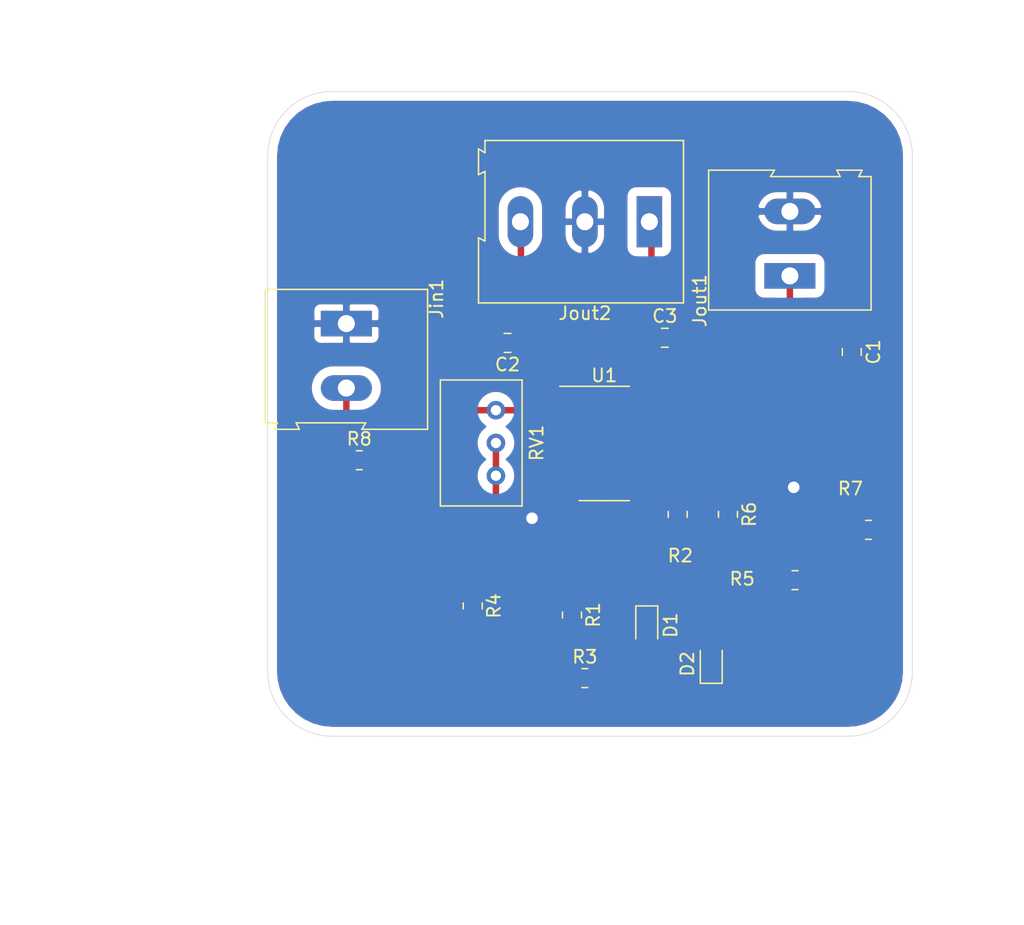
<source format=kicad_pcb>
(kicad_pcb (version 20171130) (host pcbnew "(5.1.9)-1")

  (general
    (thickness 1.6)
    (drawings 18)
    (tracks 149)
    (zones 0)
    (modules 18)
    (nets 14)
  )

  (page A4)
  (layers
    (0 F.Cu signal)
    (31 B.Cu signal)
    (32 B.Adhes user)
    (33 F.Adhes user)
    (34 B.Paste user)
    (35 F.Paste user)
    (36 B.SilkS user)
    (37 F.SilkS user)
    (38 B.Mask user)
    (39 F.Mask user)
    (40 Dwgs.User user)
    (41 Cmts.User user)
    (42 Eco1.User user)
    (43 Eco2.User user)
    (44 Edge.Cuts user)
    (45 Margin user)
    (46 B.CrtYd user)
    (47 F.CrtYd user)
    (48 B.Fab user)
    (49 F.Fab user)
  )

  (setup
    (last_trace_width 0.5)
    (trace_clearance 0.3)
    (zone_clearance 0.7)
    (zone_45_only no)
    (trace_min 0.2)
    (via_size 0.8)
    (via_drill 0.4)
    (via_min_size 0.4)
    (via_min_drill 0.3)
    (uvia_size 0.3)
    (uvia_drill 0.1)
    (uvias_allowed no)
    (uvia_min_size 0.2)
    (uvia_min_drill 0.1)
    (edge_width 0.05)
    (segment_width 0.2)
    (pcb_text_width 0.3)
    (pcb_text_size 1.5 1.5)
    (mod_edge_width 0.12)
    (mod_text_size 1 1)
    (mod_text_width 0.15)
    (pad_size 1.524 1.524)
    (pad_drill 0.762)
    (pad_to_mask_clearance 0)
    (aux_axis_origin 0 0)
    (visible_elements 7FFFFFFF)
    (pcbplotparams
      (layerselection 0x010fc_ffffffff)
      (usegerberextensions false)
      (usegerberattributes true)
      (usegerberadvancedattributes true)
      (creategerberjobfile true)
      (excludeedgelayer true)
      (linewidth 0.100000)
      (plotframeref false)
      (viasonmask false)
      (mode 1)
      (useauxorigin false)
      (hpglpennumber 1)
      (hpglpenspeed 20)
      (hpglpendiameter 15.000000)
      (psnegative false)
      (psa4output false)
      (plotreference true)
      (plotvalue true)
      (plotinvisibletext false)
      (padsonsilk false)
      (subtractmaskfromsilk false)
      (outputformat 1)
      (mirror false)
      (drillshape 1)
      (scaleselection 1)
      (outputdirectory ""))
  )

  (net 0 "")
  (net 1 "Net-(C1-Pad2)")
  (net 2 /OUT)
  (net 3 /+Vs)
  (net 4 GND)
  (net 5 /-Vs)
  (net 6 "Net-(D1-Pad2)")
  (net 7 "Net-(D1-Pad1)")
  (net 8 "Net-(D2-Pad1)")
  (net 9 /in+)
  (net 10 /out1)
  (net 11 "Net-(R2-Pad1)")
  (net 12 "Net-(R6-Pad1)")
  (net 13 "Net-(R8-Pad2)")

  (net_class Default "This is the default net class."
    (clearance 0.3)
    (trace_width 0.5)
    (via_dia 0.8)
    (via_drill 0.4)
    (uvia_dia 0.3)
    (uvia_drill 0.1)
    (add_net "Net-(R8-Pad2)")
  )

  (net_class vcc ""
    (clearance 0.3)
    (trace_width 0.5)
    (via_dia 0.8)
    (via_drill 0.4)
    (uvia_dia 0.3)
    (uvia_drill 0.1)
    (add_net /+Vs)
    (add_net /-Vs)
    (add_net /OUT)
    (add_net /in+)
    (add_net /out1)
    (add_net GND)
    (add_net "Net-(C1-Pad2)")
    (add_net "Net-(D1-Pad1)")
    (add_net "Net-(D1-Pad2)")
    (add_net "Net-(D2-Pad1)")
    (add_net "Net-(R2-Pad1)")
    (add_net "Net-(R6-Pad1)")
  )

  (module Capacitor_SMD:C_0805_2012Metric_Pad1.18x1.45mm_HandSolder (layer F.Cu) (tedit 5F68FEEF) (tstamp 6026DE9A)
    (at 86.3 100.2 270)
    (descr "Capacitor SMD 0805 (2012 Metric), square (rectangular) end terminal, IPC_7351 nominal with elongated pad for handsoldering. (Body size source: IPC-SM-782 page 76, https://www.pcb-3d.com/wordpress/wp-content/uploads/ipc-sm-782a_amendment_1_and_2.pdf, https://docs.google.com/spreadsheets/d/1BsfQQcO9C6DZCsRaXUlFlo91Tg2WpOkGARC1WS5S8t0/edit?usp=sharing), generated with kicad-footprint-generator")
    (tags "capacitor handsolder")
    (path /602F1EBF)
    (attr smd)
    (fp_text reference C1 (at 0 -1.68 90) (layer F.SilkS)
      (effects (font (size 1 1) (thickness 0.15)))
    )
    (fp_text value "10 μ " (at 0 1.68 90) (layer F.Fab)
      (effects (font (size 1 1) (thickness 0.15)))
    )
    (fp_line (start -1 0.625) (end -1 -0.625) (layer F.Fab) (width 0.1))
    (fp_line (start -1 -0.625) (end 1 -0.625) (layer F.Fab) (width 0.1))
    (fp_line (start 1 -0.625) (end 1 0.625) (layer F.Fab) (width 0.1))
    (fp_line (start 1 0.625) (end -1 0.625) (layer F.Fab) (width 0.1))
    (fp_line (start -0.261252 -0.735) (end 0.261252 -0.735) (layer F.SilkS) (width 0.12))
    (fp_line (start -0.261252 0.735) (end 0.261252 0.735) (layer F.SilkS) (width 0.12))
    (fp_line (start -1.88 0.98) (end -1.88 -0.98) (layer F.CrtYd) (width 0.05))
    (fp_line (start -1.88 -0.98) (end 1.88 -0.98) (layer F.CrtYd) (width 0.05))
    (fp_line (start 1.88 -0.98) (end 1.88 0.98) (layer F.CrtYd) (width 0.05))
    (fp_line (start 1.88 0.98) (end -1.88 0.98) (layer F.CrtYd) (width 0.05))
    (fp_text user %R (at 0 0 90) (layer F.Fab)
      (effects (font (size 0.5 0.5) (thickness 0.08)))
    )
    (pad 1 smd roundrect (at -1.0375 0 270) (size 1.175 1.45) (layers F.Cu F.Paste F.Mask) (roundrect_rratio 0.212766)
      (net 2 /OUT))
    (pad 2 smd roundrect (at 1.0375 0 270) (size 1.175 1.45) (layers F.Cu F.Paste F.Mask) (roundrect_rratio 0.212766)
      (net 1 "Net-(C1-Pad2)"))
    (model ${KISYS3DMOD}/Capacitor_SMD.3dshapes/C_0805_2012Metric.wrl
      (at (xyz 0 0 0))
      (scale (xyz 1 1 1))
      (rotate (xyz 0 0 0))
    )
  )

  (module Capacitor_SMD:C_0805_2012Metric_Pad1.18x1.45mm_HandSolder (layer F.Cu) (tedit 5F68FEEF) (tstamp 6026DE3A)
    (at 59.6 99.5 180)
    (descr "Capacitor SMD 0805 (2012 Metric), square (rectangular) end terminal, IPC_7351 nominal with elongated pad for handsoldering. (Body size source: IPC-SM-782 page 76, https://www.pcb-3d.com/wordpress/wp-content/uploads/ipc-sm-782a_amendment_1_and_2.pdf, https://docs.google.com/spreadsheets/d/1BsfQQcO9C6DZCsRaXUlFlo91Tg2WpOkGARC1WS5S8t0/edit?usp=sharing), generated with kicad-footprint-generator")
    (tags "capacitor handsolder")
    (path /601E5B1F)
    (attr smd)
    (fp_text reference C2 (at 0 -1.68) (layer F.SilkS)
      (effects (font (size 1 1) (thickness 0.15)))
    )
    (fp_text value "0.1μ " (at 0 1.68) (layer F.Fab)
      (effects (font (size 1 1) (thickness 0.15)))
    )
    (fp_line (start 1.88 0.98) (end -1.88 0.98) (layer F.CrtYd) (width 0.05))
    (fp_line (start 1.88 -0.98) (end 1.88 0.98) (layer F.CrtYd) (width 0.05))
    (fp_line (start -1.88 -0.98) (end 1.88 -0.98) (layer F.CrtYd) (width 0.05))
    (fp_line (start -1.88 0.98) (end -1.88 -0.98) (layer F.CrtYd) (width 0.05))
    (fp_line (start -0.261252 0.735) (end 0.261252 0.735) (layer F.SilkS) (width 0.12))
    (fp_line (start -0.261252 -0.735) (end 0.261252 -0.735) (layer F.SilkS) (width 0.12))
    (fp_line (start 1 0.625) (end -1 0.625) (layer F.Fab) (width 0.1))
    (fp_line (start 1 -0.625) (end 1 0.625) (layer F.Fab) (width 0.1))
    (fp_line (start -1 -0.625) (end 1 -0.625) (layer F.Fab) (width 0.1))
    (fp_line (start -1 0.625) (end -1 -0.625) (layer F.Fab) (width 0.1))
    (fp_text user %R (at 0 0) (layer F.Fab)
      (effects (font (size 0.5 0.5) (thickness 0.08)))
    )
    (pad 2 smd roundrect (at 1.0375 0 180) (size 1.175 1.45) (layers F.Cu F.Paste F.Mask) (roundrect_rratio 0.212766)
      (net 4 GND))
    (pad 1 smd roundrect (at -1.0375 0 180) (size 1.175 1.45) (layers F.Cu F.Paste F.Mask) (roundrect_rratio 0.212766)
      (net 3 /+Vs))
    (model ${KISYS3DMOD}/Capacitor_SMD.3dshapes/C_0805_2012Metric.wrl
      (at (xyz 0 0 0))
      (scale (xyz 1 1 1))
      (rotate (xyz 0 0 0))
    )
  )

  (module Capacitor_SMD:C_0805_2012Metric_Pad1.18x1.45mm_HandSolder (layer F.Cu) (tedit 5F68FEEF) (tstamp 6026DE6A)
    (at 71.8 99.1)
    (descr "Capacitor SMD 0805 (2012 Metric), square (rectangular) end terminal, IPC_7351 nominal with elongated pad for handsoldering. (Body size source: IPC-SM-782 page 76, https://www.pcb-3d.com/wordpress/wp-content/uploads/ipc-sm-782a_amendment_1_and_2.pdf, https://docs.google.com/spreadsheets/d/1BsfQQcO9C6DZCsRaXUlFlo91Tg2WpOkGARC1WS5S8t0/edit?usp=sharing), generated with kicad-footprint-generator")
    (tags "capacitor handsolder")
    (path /601E5B16)
    (attr smd)
    (fp_text reference C3 (at 0 -1.68) (layer F.SilkS)
      (effects (font (size 1 1) (thickness 0.15)))
    )
    (fp_text value "0.1μ " (at 0 1.68) (layer F.Fab)
      (effects (font (size 1 1) (thickness 0.15)))
    )
    (fp_line (start -1 0.625) (end -1 -0.625) (layer F.Fab) (width 0.1))
    (fp_line (start -1 -0.625) (end 1 -0.625) (layer F.Fab) (width 0.1))
    (fp_line (start 1 -0.625) (end 1 0.625) (layer F.Fab) (width 0.1))
    (fp_line (start 1 0.625) (end -1 0.625) (layer F.Fab) (width 0.1))
    (fp_line (start -0.261252 -0.735) (end 0.261252 -0.735) (layer F.SilkS) (width 0.12))
    (fp_line (start -0.261252 0.735) (end 0.261252 0.735) (layer F.SilkS) (width 0.12))
    (fp_line (start -1.88 0.98) (end -1.88 -0.98) (layer F.CrtYd) (width 0.05))
    (fp_line (start -1.88 -0.98) (end 1.88 -0.98) (layer F.CrtYd) (width 0.05))
    (fp_line (start 1.88 -0.98) (end 1.88 0.98) (layer F.CrtYd) (width 0.05))
    (fp_line (start 1.88 0.98) (end -1.88 0.98) (layer F.CrtYd) (width 0.05))
    (fp_text user %R (at 0 0) (layer F.Fab)
      (effects (font (size 0.5 0.5) (thickness 0.08)))
    )
    (pad 1 smd roundrect (at -1.0375 0) (size 1.175 1.45) (layers F.Cu F.Paste F.Mask) (roundrect_rratio 0.212766)
      (net 5 /-Vs))
    (pad 2 smd roundrect (at 1.0375 0) (size 1.175 1.45) (layers F.Cu F.Paste F.Mask) (roundrect_rratio 0.212766)
      (net 4 GND))
    (model ${KISYS3DMOD}/Capacitor_SMD.3dshapes/C_0805_2012Metric.wrl
      (at (xyz 0 0 0))
      (scale (xyz 1 1 1))
      (rotate (xyz 0 0 0))
    )
  )

  (module Diode_SMD:D_SOD-323F (layer F.Cu) (tedit 590A48EB) (tstamp 6026DBD1)
    (at 70.4 121.4 270)
    (descr "SOD-323F http://www.nxp.com/documents/outline_drawing/SOD323F.pdf")
    (tags SOD-323F)
    (path /602F1EFE)
    (attr smd)
    (fp_text reference D1 (at 0 -1.85 90) (layer F.SilkS)
      (effects (font (size 1 1) (thickness 0.15)))
    )
    (fp_text value DIODE (at 0.1 1.9 90) (layer F.Fab)
      (effects (font (size 1 1) (thickness 0.15)))
    )
    (fp_line (start -1.5 -0.85) (end -1.5 0.85) (layer F.SilkS) (width 0.12))
    (fp_line (start 0.2 0) (end 0.45 0) (layer F.Fab) (width 0.1))
    (fp_line (start 0.2 0.35) (end -0.3 0) (layer F.Fab) (width 0.1))
    (fp_line (start 0.2 -0.35) (end 0.2 0.35) (layer F.Fab) (width 0.1))
    (fp_line (start -0.3 0) (end 0.2 -0.35) (layer F.Fab) (width 0.1))
    (fp_line (start -0.3 0) (end -0.5 0) (layer F.Fab) (width 0.1))
    (fp_line (start -0.3 -0.35) (end -0.3 0.35) (layer F.Fab) (width 0.1))
    (fp_line (start -0.9 0.7) (end -0.9 -0.7) (layer F.Fab) (width 0.1))
    (fp_line (start 0.9 0.7) (end -0.9 0.7) (layer F.Fab) (width 0.1))
    (fp_line (start 0.9 -0.7) (end 0.9 0.7) (layer F.Fab) (width 0.1))
    (fp_line (start -0.9 -0.7) (end 0.9 -0.7) (layer F.Fab) (width 0.1))
    (fp_line (start -1.6 -0.95) (end 1.6 -0.95) (layer F.CrtYd) (width 0.05))
    (fp_line (start 1.6 -0.95) (end 1.6 0.95) (layer F.CrtYd) (width 0.05))
    (fp_line (start -1.6 0.95) (end 1.6 0.95) (layer F.CrtYd) (width 0.05))
    (fp_line (start -1.6 -0.95) (end -1.6 0.95) (layer F.CrtYd) (width 0.05))
    (fp_line (start -1.5 0.85) (end 1.05 0.85) (layer F.SilkS) (width 0.12))
    (fp_line (start -1.5 -0.85) (end 1.05 -0.85) (layer F.SilkS) (width 0.12))
    (fp_text user %R (at 0 -1.85 90) (layer F.Fab)
      (effects (font (size 1 1) (thickness 0.15)))
    )
    (pad 1 smd rect (at -1.1 0 270) (size 0.5 0.5) (layers F.Cu F.Paste F.Mask)
      (net 7 "Net-(D1-Pad1)"))
    (pad 2 smd rect (at 1.1 0 270) (size 0.5 0.5) (layers F.Cu F.Paste F.Mask)
      (net 6 "Net-(D1-Pad2)"))
    (model ${KISYS3DMOD}/Diode_SMD.3dshapes/D_SOD-323F.wrl
      (at (xyz 0 0 0))
      (scale (xyz 1 1 1))
      (rotate (xyz 0 0 0))
    )
  )

  (module Diode_SMD:D_SOD-323F (layer F.Cu) (tedit 590A48EB) (tstamp 6026DDFC)
    (at 75.4 124.4 90)
    (descr "SOD-323F http://www.nxp.com/documents/outline_drawing/SOD323F.pdf")
    (tags SOD-323F)
    (path /602F1EF8)
    (attr smd)
    (fp_text reference D2 (at 0 -1.85 90) (layer F.SilkS)
      (effects (font (size 1 1) (thickness 0.15)))
    )
    (fp_text value DIODE (at 0.1 1.9 90) (layer F.Fab)
      (effects (font (size 1 1) (thickness 0.15)))
    )
    (fp_line (start -1.5 -0.85) (end 1.05 -0.85) (layer F.SilkS) (width 0.12))
    (fp_line (start -1.5 0.85) (end 1.05 0.85) (layer F.SilkS) (width 0.12))
    (fp_line (start -1.6 -0.95) (end -1.6 0.95) (layer F.CrtYd) (width 0.05))
    (fp_line (start -1.6 0.95) (end 1.6 0.95) (layer F.CrtYd) (width 0.05))
    (fp_line (start 1.6 -0.95) (end 1.6 0.95) (layer F.CrtYd) (width 0.05))
    (fp_line (start -1.6 -0.95) (end 1.6 -0.95) (layer F.CrtYd) (width 0.05))
    (fp_line (start -0.9 -0.7) (end 0.9 -0.7) (layer F.Fab) (width 0.1))
    (fp_line (start 0.9 -0.7) (end 0.9 0.7) (layer F.Fab) (width 0.1))
    (fp_line (start 0.9 0.7) (end -0.9 0.7) (layer F.Fab) (width 0.1))
    (fp_line (start -0.9 0.7) (end -0.9 -0.7) (layer F.Fab) (width 0.1))
    (fp_line (start -0.3 -0.35) (end -0.3 0.35) (layer F.Fab) (width 0.1))
    (fp_line (start -0.3 0) (end -0.5 0) (layer F.Fab) (width 0.1))
    (fp_line (start -0.3 0) (end 0.2 -0.35) (layer F.Fab) (width 0.1))
    (fp_line (start 0.2 -0.35) (end 0.2 0.35) (layer F.Fab) (width 0.1))
    (fp_line (start 0.2 0.35) (end -0.3 0) (layer F.Fab) (width 0.1))
    (fp_line (start 0.2 0) (end 0.45 0) (layer F.Fab) (width 0.1))
    (fp_line (start -1.5 -0.85) (end -1.5 0.85) (layer F.SilkS) (width 0.12))
    (fp_text user %R (at 0 -1.85 90) (layer F.Fab)
      (effects (font (size 1 1) (thickness 0.15)))
    )
    (pad 2 smd rect (at 1.1 0 90) (size 0.5 0.5) (layers F.Cu F.Paste F.Mask)
      (net 7 "Net-(D1-Pad1)"))
    (pad 1 smd rect (at -1.1 0 90) (size 0.5 0.5) (layers F.Cu F.Paste F.Mask)
      (net 8 "Net-(D2-Pad1)"))
    (model ${KISYS3DMOD}/Diode_SMD.3dshapes/D_SOD-323F.wrl
      (at (xyz 0 0 0))
      (scale (xyz 1 1 1))
      (rotate (xyz 0 0 0))
    )
  )

  (module TerminalBlock:TerminalBlock_Altech_AK300-2_P5.00mm (layer F.Cu) (tedit 59FF0306) (tstamp 602689A1)
    (at 47.1 98 270)
    (descr "Altech AK300 terminal block, pitch 5.0mm, 45 degree angled, see http://www.mouser.com/ds/2/16/PCBMETRC-24178.pdf")
    (tags "Altech AK300 terminal block pitch 5.0mm")
    (path /602AA911)
    (fp_text reference Jin1 (at -1.92 -6.99 90) (layer F.SilkS)
      (effects (font (size 1 1) (thickness 0.15)))
    )
    (fp_text value Screw_Terminal_01x02 (at 2.78 7.75 90) (layer F.Fab)
      (effects (font (size 1 1) (thickness 0.15)))
    )
    (fp_line (start -2.65 -6.3) (end -2.65 6.3) (layer F.SilkS) (width 0.12))
    (fp_line (start -2.65 6.3) (end 7.7 6.3) (layer F.SilkS) (width 0.12))
    (fp_line (start 7.7 6.3) (end 7.7 5.35) (layer F.SilkS) (width 0.12))
    (fp_line (start 7.7 5.35) (end 8.2 5.6) (layer F.SilkS) (width 0.12))
    (fp_line (start 8.2 5.6) (end 8.2 3.7) (layer F.SilkS) (width 0.12))
    (fp_line (start 8.2 3.7) (end 8.2 3.65) (layer F.SilkS) (width 0.12))
    (fp_line (start 8.2 3.65) (end 7.7 3.9) (layer F.SilkS) (width 0.12))
    (fp_line (start 7.7 3.9) (end 7.7 -1.5) (layer F.SilkS) (width 0.12))
    (fp_line (start 7.7 -1.5) (end 8.2 -1.2) (layer F.SilkS) (width 0.12))
    (fp_line (start 8.2 -1.2) (end 8.2 -6.3) (layer F.SilkS) (width 0.12))
    (fp_line (start 8.2 -6.3) (end -2.65 -6.3) (layer F.SilkS) (width 0.12))
    (fp_line (start -1.26 2.54) (end 1.28 2.54) (layer F.Fab) (width 0.1))
    (fp_line (start 1.28 2.54) (end 1.28 -0.25) (layer F.Fab) (width 0.1))
    (fp_line (start -1.26 -0.25) (end 1.28 -0.25) (layer F.Fab) (width 0.1))
    (fp_line (start -1.26 2.54) (end -1.26 -0.25) (layer F.Fab) (width 0.1))
    (fp_line (start 3.74 2.54) (end 6.28 2.54) (layer F.Fab) (width 0.1))
    (fp_line (start 6.28 2.54) (end 6.28 -0.25) (layer F.Fab) (width 0.1))
    (fp_line (start 3.74 -0.25) (end 6.28 -0.25) (layer F.Fab) (width 0.1))
    (fp_line (start 3.74 2.54) (end 3.74 -0.25) (layer F.Fab) (width 0.1))
    (fp_line (start 7.61 -6.22) (end 7.61 -3.17) (layer F.Fab) (width 0.1))
    (fp_line (start 7.61 -6.22) (end -2.58 -6.22) (layer F.Fab) (width 0.1))
    (fp_line (start 7.61 -6.22) (end 8.11 -6.22) (layer F.Fab) (width 0.1))
    (fp_line (start 8.11 -6.22) (end 8.11 -1.4) (layer F.Fab) (width 0.1))
    (fp_line (start 8.11 -1.4) (end 7.61 -1.65) (layer F.Fab) (width 0.1))
    (fp_line (start 8.11 5.46) (end 7.61 5.21) (layer F.Fab) (width 0.1))
    (fp_line (start 7.61 5.21) (end 7.61 6.22) (layer F.Fab) (width 0.1))
    (fp_line (start 8.11 3.81) (end 7.61 4.06) (layer F.Fab) (width 0.1))
    (fp_line (start 7.61 4.06) (end 7.61 5.21) (layer F.Fab) (width 0.1))
    (fp_line (start 8.11 3.81) (end 8.11 5.46) (layer F.Fab) (width 0.1))
    (fp_line (start 2.98 6.22) (end 2.98 4.32) (layer F.Fab) (width 0.1))
    (fp_line (start 7.05 -0.25) (end 7.05 4.32) (layer F.Fab) (width 0.1))
    (fp_line (start 2.98 6.22) (end 7.05 6.22) (layer F.Fab) (width 0.1))
    (fp_line (start 7.05 6.22) (end 7.61 6.22) (layer F.Fab) (width 0.1))
    (fp_line (start 2.04 6.22) (end 2.04 4.32) (layer F.Fab) (width 0.1))
    (fp_line (start 2.04 6.22) (end 2.98 6.22) (layer F.Fab) (width 0.1))
    (fp_line (start -2.02 -0.25) (end -2.02 4.32) (layer F.Fab) (width 0.1))
    (fp_line (start -2.58 6.22) (end -2.02 6.22) (layer F.Fab) (width 0.1))
    (fp_line (start -2.02 6.22) (end 2.04 6.22) (layer F.Fab) (width 0.1))
    (fp_line (start 2.98 4.32) (end 7.05 4.32) (layer F.Fab) (width 0.1))
    (fp_line (start 2.98 4.32) (end 2.98 -0.25) (layer F.Fab) (width 0.1))
    (fp_line (start 7.05 4.32) (end 7.05 6.22) (layer F.Fab) (width 0.1))
    (fp_line (start 2.04 4.32) (end -2.02 4.32) (layer F.Fab) (width 0.1))
    (fp_line (start 2.04 4.32) (end 2.04 -0.25) (layer F.Fab) (width 0.1))
    (fp_line (start -2.02 4.32) (end -2.02 6.22) (layer F.Fab) (width 0.1))
    (fp_line (start 6.67 3.68) (end 6.67 0.51) (layer F.Fab) (width 0.1))
    (fp_line (start 6.67 3.68) (end 3.36 3.68) (layer F.Fab) (width 0.1))
    (fp_line (start 3.36 3.68) (end 3.36 0.51) (layer F.Fab) (width 0.1))
    (fp_line (start 1.66 3.68) (end 1.66 0.51) (layer F.Fab) (width 0.1))
    (fp_line (start 1.66 3.68) (end -1.64 3.68) (layer F.Fab) (width 0.1))
    (fp_line (start -1.64 3.68) (end -1.64 0.51) (layer F.Fab) (width 0.1))
    (fp_line (start -1.64 0.51) (end -1.26 0.51) (layer F.Fab) (width 0.1))
    (fp_line (start 1.66 0.51) (end 1.28 0.51) (layer F.Fab) (width 0.1))
    (fp_line (start 3.36 0.51) (end 3.74 0.51) (layer F.Fab) (width 0.1))
    (fp_line (start 6.67 0.51) (end 6.28 0.51) (layer F.Fab) (width 0.1))
    (fp_line (start -2.58 6.22) (end -2.58 -0.64) (layer F.Fab) (width 0.1))
    (fp_line (start -2.58 -0.64) (end -2.58 -3.17) (layer F.Fab) (width 0.1))
    (fp_line (start 7.61 -1.65) (end 7.61 -0.64) (layer F.Fab) (width 0.1))
    (fp_line (start 7.61 -0.64) (end 7.61 4.06) (layer F.Fab) (width 0.1))
    (fp_line (start -2.58 -3.17) (end 7.61 -3.17) (layer F.Fab) (width 0.1))
    (fp_line (start -2.58 -3.17) (end -2.58 -6.22) (layer F.Fab) (width 0.1))
    (fp_line (start 7.61 -3.17) (end 7.61 -1.65) (layer F.Fab) (width 0.1))
    (fp_line (start 2.98 -3.43) (end 2.98 -5.97) (layer F.Fab) (width 0.1))
    (fp_line (start 2.98 -5.97) (end 7.05 -5.97) (layer F.Fab) (width 0.1))
    (fp_line (start 7.05 -5.97) (end 7.05 -3.43) (layer F.Fab) (width 0.1))
    (fp_line (start 7.05 -3.43) (end 2.98 -3.43) (layer F.Fab) (width 0.1))
    (fp_line (start 2.04 -3.43) (end 2.04 -5.97) (layer F.Fab) (width 0.1))
    (fp_line (start 2.04 -3.43) (end -2.02 -3.43) (layer F.Fab) (width 0.1))
    (fp_line (start -2.02 -3.43) (end -2.02 -5.97) (layer F.Fab) (width 0.1))
    (fp_line (start 2.04 -5.97) (end -2.02 -5.97) (layer F.Fab) (width 0.1))
    (fp_line (start 3.39 -4.45) (end 6.44 -5.08) (layer F.Fab) (width 0.1))
    (fp_line (start 3.52 -4.32) (end 6.56 -4.95) (layer F.Fab) (width 0.1))
    (fp_line (start -1.62 -4.45) (end 1.44 -5.08) (layer F.Fab) (width 0.1))
    (fp_line (start -1.49 -4.32) (end 1.56 -4.95) (layer F.Fab) (width 0.1))
    (fp_line (start -2.02 -0.25) (end -1.64 -0.25) (layer F.Fab) (width 0.1))
    (fp_line (start 2.04 -0.25) (end 1.66 -0.25) (layer F.Fab) (width 0.1))
    (fp_line (start 1.66 -0.25) (end -1.64 -0.25) (layer F.Fab) (width 0.1))
    (fp_line (start -2.58 -0.64) (end -1.64 -0.64) (layer F.Fab) (width 0.1))
    (fp_line (start -1.64 -0.64) (end 1.66 -0.64) (layer F.Fab) (width 0.1))
    (fp_line (start 1.66 -0.64) (end 3.36 -0.64) (layer F.Fab) (width 0.1))
    (fp_line (start 7.61 -0.64) (end 6.67 -0.64) (layer F.Fab) (width 0.1))
    (fp_line (start 6.67 -0.64) (end 3.36 -0.64) (layer F.Fab) (width 0.1))
    (fp_line (start 7.05 -0.25) (end 6.67 -0.25) (layer F.Fab) (width 0.1))
    (fp_line (start 2.98 -0.25) (end 3.36 -0.25) (layer F.Fab) (width 0.1))
    (fp_line (start 3.36 -0.25) (end 6.67 -0.25) (layer F.Fab) (width 0.1))
    (fp_line (start -2.83 -6.47) (end 8.36 -6.47) (layer F.CrtYd) (width 0.05))
    (fp_line (start -2.83 -6.47) (end -2.83 6.47) (layer F.CrtYd) (width 0.05))
    (fp_line (start 8.36 6.47) (end 8.36 -6.47) (layer F.CrtYd) (width 0.05))
    (fp_line (start 8.36 6.47) (end -2.83 6.47) (layer F.CrtYd) (width 0.05))
    (fp_text user %R (at 2.5 -2 90) (layer F.Fab)
      (effects (font (size 1 1) (thickness 0.15)))
    )
    (fp_arc (start 6.03 -4.59) (end 6.54 -5.05) (angle 90.5) (layer F.Fab) (width 0.1))
    (fp_arc (start 5.07 -6.07) (end 6.53 -4.12) (angle 75.5) (layer F.Fab) (width 0.1))
    (fp_arc (start 4.99 -3.71) (end 3.39 -5) (angle 100) (layer F.Fab) (width 0.1))
    (fp_arc (start 3.87 -4.65) (end 3.58 -4.13) (angle 104.2) (layer F.Fab) (width 0.1))
    (fp_arc (start 1.03 -4.59) (end 1.53 -5.05) (angle 90.5) (layer F.Fab) (width 0.1))
    (fp_arc (start 0.06 -6.07) (end 1.53 -4.12) (angle 75.5) (layer F.Fab) (width 0.1))
    (fp_arc (start -0.01 -3.71) (end -1.62 -5) (angle 100) (layer F.Fab) (width 0.1))
    (fp_arc (start -1.13 -4.65) (end -1.42 -4.13) (angle 104.2) (layer F.Fab) (width 0.1))
    (pad 1 thru_hole rect (at 0 0 270) (size 1.98 3.96) (drill 1.32) (layers *.Cu *.Mask)
      (net 4 GND))
    (pad 2 thru_hole oval (at 5 0 270) (size 1.98 3.96) (drill 1.32) (layers *.Cu *.Mask)
      (net 9 /in+))
    (model ${KISYS3DMOD}/TerminalBlock.3dshapes/TerminalBlock_Altech_AK300-2_P5.00mm.wrl
      (at (xyz 0 0 0))
      (scale (xyz 1 1 1))
      (rotate (xyz 0 0 0))
    )
  )

  (module TerminalBlock:TerminalBlock_Altech_AK300-2_P5.00mm (layer F.Cu) (tedit 59FF0306) (tstamp 6026DF50)
    (at 81.5 94.3 90)
    (descr "Altech AK300 terminal block, pitch 5.0mm, 45 degree angled, see http://www.mouser.com/ds/2/16/PCBMETRC-24178.pdf")
    (tags "Altech AK300 terminal block pitch 5.0mm")
    (path /6021CFFA)
    (fp_text reference Jout1 (at -1.92 -6.99 90) (layer F.SilkS)
      (effects (font (size 1 1) (thickness 0.15)))
    )
    (fp_text value Screw_Terminal_01x02 (at 2.78 7.75 90) (layer F.Fab)
      (effects (font (size 1 1) (thickness 0.15)))
    )
    (fp_line (start 8.36 6.47) (end -2.83 6.47) (layer F.CrtYd) (width 0.05))
    (fp_line (start 8.36 6.47) (end 8.36 -6.47) (layer F.CrtYd) (width 0.05))
    (fp_line (start -2.83 -6.47) (end -2.83 6.47) (layer F.CrtYd) (width 0.05))
    (fp_line (start -2.83 -6.47) (end 8.36 -6.47) (layer F.CrtYd) (width 0.05))
    (fp_line (start 3.36 -0.25) (end 6.67 -0.25) (layer F.Fab) (width 0.1))
    (fp_line (start 2.98 -0.25) (end 3.36 -0.25) (layer F.Fab) (width 0.1))
    (fp_line (start 7.05 -0.25) (end 6.67 -0.25) (layer F.Fab) (width 0.1))
    (fp_line (start 6.67 -0.64) (end 3.36 -0.64) (layer F.Fab) (width 0.1))
    (fp_line (start 7.61 -0.64) (end 6.67 -0.64) (layer F.Fab) (width 0.1))
    (fp_line (start 1.66 -0.64) (end 3.36 -0.64) (layer F.Fab) (width 0.1))
    (fp_line (start -1.64 -0.64) (end 1.66 -0.64) (layer F.Fab) (width 0.1))
    (fp_line (start -2.58 -0.64) (end -1.64 -0.64) (layer F.Fab) (width 0.1))
    (fp_line (start 1.66 -0.25) (end -1.64 -0.25) (layer F.Fab) (width 0.1))
    (fp_line (start 2.04 -0.25) (end 1.66 -0.25) (layer F.Fab) (width 0.1))
    (fp_line (start -2.02 -0.25) (end -1.64 -0.25) (layer F.Fab) (width 0.1))
    (fp_line (start -1.49 -4.32) (end 1.56 -4.95) (layer F.Fab) (width 0.1))
    (fp_line (start -1.62 -4.45) (end 1.44 -5.08) (layer F.Fab) (width 0.1))
    (fp_line (start 3.52 -4.32) (end 6.56 -4.95) (layer F.Fab) (width 0.1))
    (fp_line (start 3.39 -4.45) (end 6.44 -5.08) (layer F.Fab) (width 0.1))
    (fp_line (start 2.04 -5.97) (end -2.02 -5.97) (layer F.Fab) (width 0.1))
    (fp_line (start -2.02 -3.43) (end -2.02 -5.97) (layer F.Fab) (width 0.1))
    (fp_line (start 2.04 -3.43) (end -2.02 -3.43) (layer F.Fab) (width 0.1))
    (fp_line (start 2.04 -3.43) (end 2.04 -5.97) (layer F.Fab) (width 0.1))
    (fp_line (start 7.05 -3.43) (end 2.98 -3.43) (layer F.Fab) (width 0.1))
    (fp_line (start 7.05 -5.97) (end 7.05 -3.43) (layer F.Fab) (width 0.1))
    (fp_line (start 2.98 -5.97) (end 7.05 -5.97) (layer F.Fab) (width 0.1))
    (fp_line (start 2.98 -3.43) (end 2.98 -5.97) (layer F.Fab) (width 0.1))
    (fp_line (start 7.61 -3.17) (end 7.61 -1.65) (layer F.Fab) (width 0.1))
    (fp_line (start -2.58 -3.17) (end -2.58 -6.22) (layer F.Fab) (width 0.1))
    (fp_line (start -2.58 -3.17) (end 7.61 -3.17) (layer F.Fab) (width 0.1))
    (fp_line (start 7.61 -0.64) (end 7.61 4.06) (layer F.Fab) (width 0.1))
    (fp_line (start 7.61 -1.65) (end 7.61 -0.64) (layer F.Fab) (width 0.1))
    (fp_line (start -2.58 -0.64) (end -2.58 -3.17) (layer F.Fab) (width 0.1))
    (fp_line (start -2.58 6.22) (end -2.58 -0.64) (layer F.Fab) (width 0.1))
    (fp_line (start 6.67 0.51) (end 6.28 0.51) (layer F.Fab) (width 0.1))
    (fp_line (start 3.36 0.51) (end 3.74 0.51) (layer F.Fab) (width 0.1))
    (fp_line (start 1.66 0.51) (end 1.28 0.51) (layer F.Fab) (width 0.1))
    (fp_line (start -1.64 0.51) (end -1.26 0.51) (layer F.Fab) (width 0.1))
    (fp_line (start -1.64 3.68) (end -1.64 0.51) (layer F.Fab) (width 0.1))
    (fp_line (start 1.66 3.68) (end -1.64 3.68) (layer F.Fab) (width 0.1))
    (fp_line (start 1.66 3.68) (end 1.66 0.51) (layer F.Fab) (width 0.1))
    (fp_line (start 3.36 3.68) (end 3.36 0.51) (layer F.Fab) (width 0.1))
    (fp_line (start 6.67 3.68) (end 3.36 3.68) (layer F.Fab) (width 0.1))
    (fp_line (start 6.67 3.68) (end 6.67 0.51) (layer F.Fab) (width 0.1))
    (fp_line (start -2.02 4.32) (end -2.02 6.22) (layer F.Fab) (width 0.1))
    (fp_line (start 2.04 4.32) (end 2.04 -0.25) (layer F.Fab) (width 0.1))
    (fp_line (start 2.04 4.32) (end -2.02 4.32) (layer F.Fab) (width 0.1))
    (fp_line (start 7.05 4.32) (end 7.05 6.22) (layer F.Fab) (width 0.1))
    (fp_line (start 2.98 4.32) (end 2.98 -0.25) (layer F.Fab) (width 0.1))
    (fp_line (start 2.98 4.32) (end 7.05 4.32) (layer F.Fab) (width 0.1))
    (fp_line (start -2.02 6.22) (end 2.04 6.22) (layer F.Fab) (width 0.1))
    (fp_line (start -2.58 6.22) (end -2.02 6.22) (layer F.Fab) (width 0.1))
    (fp_line (start -2.02 -0.25) (end -2.02 4.32) (layer F.Fab) (width 0.1))
    (fp_line (start 2.04 6.22) (end 2.98 6.22) (layer F.Fab) (width 0.1))
    (fp_line (start 2.04 6.22) (end 2.04 4.32) (layer F.Fab) (width 0.1))
    (fp_line (start 7.05 6.22) (end 7.61 6.22) (layer F.Fab) (width 0.1))
    (fp_line (start 2.98 6.22) (end 7.05 6.22) (layer F.Fab) (width 0.1))
    (fp_line (start 7.05 -0.25) (end 7.05 4.32) (layer F.Fab) (width 0.1))
    (fp_line (start 2.98 6.22) (end 2.98 4.32) (layer F.Fab) (width 0.1))
    (fp_line (start 8.11 3.81) (end 8.11 5.46) (layer F.Fab) (width 0.1))
    (fp_line (start 7.61 4.06) (end 7.61 5.21) (layer F.Fab) (width 0.1))
    (fp_line (start 8.11 3.81) (end 7.61 4.06) (layer F.Fab) (width 0.1))
    (fp_line (start 7.61 5.21) (end 7.61 6.22) (layer F.Fab) (width 0.1))
    (fp_line (start 8.11 5.46) (end 7.61 5.21) (layer F.Fab) (width 0.1))
    (fp_line (start 8.11 -1.4) (end 7.61 -1.65) (layer F.Fab) (width 0.1))
    (fp_line (start 8.11 -6.22) (end 8.11 -1.4) (layer F.Fab) (width 0.1))
    (fp_line (start 7.61 -6.22) (end 8.11 -6.22) (layer F.Fab) (width 0.1))
    (fp_line (start 7.61 -6.22) (end -2.58 -6.22) (layer F.Fab) (width 0.1))
    (fp_line (start 7.61 -6.22) (end 7.61 -3.17) (layer F.Fab) (width 0.1))
    (fp_line (start 3.74 2.54) (end 3.74 -0.25) (layer F.Fab) (width 0.1))
    (fp_line (start 3.74 -0.25) (end 6.28 -0.25) (layer F.Fab) (width 0.1))
    (fp_line (start 6.28 2.54) (end 6.28 -0.25) (layer F.Fab) (width 0.1))
    (fp_line (start 3.74 2.54) (end 6.28 2.54) (layer F.Fab) (width 0.1))
    (fp_line (start -1.26 2.54) (end -1.26 -0.25) (layer F.Fab) (width 0.1))
    (fp_line (start -1.26 -0.25) (end 1.28 -0.25) (layer F.Fab) (width 0.1))
    (fp_line (start 1.28 2.54) (end 1.28 -0.25) (layer F.Fab) (width 0.1))
    (fp_line (start -1.26 2.54) (end 1.28 2.54) (layer F.Fab) (width 0.1))
    (fp_line (start 8.2 -6.3) (end -2.65 -6.3) (layer F.SilkS) (width 0.12))
    (fp_line (start 8.2 -1.2) (end 8.2 -6.3) (layer F.SilkS) (width 0.12))
    (fp_line (start 7.7 -1.5) (end 8.2 -1.2) (layer F.SilkS) (width 0.12))
    (fp_line (start 7.7 3.9) (end 7.7 -1.5) (layer F.SilkS) (width 0.12))
    (fp_line (start 8.2 3.65) (end 7.7 3.9) (layer F.SilkS) (width 0.12))
    (fp_line (start 8.2 3.7) (end 8.2 3.65) (layer F.SilkS) (width 0.12))
    (fp_line (start 8.2 5.6) (end 8.2 3.7) (layer F.SilkS) (width 0.12))
    (fp_line (start 7.7 5.35) (end 8.2 5.6) (layer F.SilkS) (width 0.12))
    (fp_line (start 7.7 6.3) (end 7.7 5.35) (layer F.SilkS) (width 0.12))
    (fp_line (start -2.65 6.3) (end 7.7 6.3) (layer F.SilkS) (width 0.12))
    (fp_line (start -2.65 -6.3) (end -2.65 6.3) (layer F.SilkS) (width 0.12))
    (fp_arc (start -1.13 -4.65) (end -1.42 -4.13) (angle 104.2) (layer F.Fab) (width 0.1))
    (fp_arc (start -0.01 -3.71) (end -1.62 -5) (angle 100) (layer F.Fab) (width 0.1))
    (fp_arc (start 0.06 -6.07) (end 1.53 -4.12) (angle 75.5) (layer F.Fab) (width 0.1))
    (fp_arc (start 1.03 -4.59) (end 1.53 -5.05) (angle 90.5) (layer F.Fab) (width 0.1))
    (fp_arc (start 3.87 -4.65) (end 3.58 -4.13) (angle 104.2) (layer F.Fab) (width 0.1))
    (fp_arc (start 4.99 -3.71) (end 3.39 -5) (angle 100) (layer F.Fab) (width 0.1))
    (fp_arc (start 5.07 -6.07) (end 6.53 -4.12) (angle 75.5) (layer F.Fab) (width 0.1))
    (fp_arc (start 6.03 -4.59) (end 6.54 -5.05) (angle 90.5) (layer F.Fab) (width 0.1))
    (fp_text user %R (at 2.5 -2 90) (layer F.Fab)
      (effects (font (size 1 1) (thickness 0.15)))
    )
    (pad 2 thru_hole oval (at 5 0 90) (size 1.98 3.96) (drill 1.32) (layers *.Cu *.Mask)
      (net 4 GND))
    (pad 1 thru_hole rect (at 0 0 90) (size 1.98 3.96) (drill 1.32) (layers *.Cu *.Mask)
      (net 2 /OUT))
    (model ${KISYS3DMOD}/TerminalBlock.3dshapes/TerminalBlock_Altech_AK300-2_P5.00mm.wrl
      (at (xyz 0 0 0))
      (scale (xyz 1 1 1))
      (rotate (xyz 0 0 0))
    )
  )

  (module TerminalBlock:TerminalBlock_Altech_AK300-3_P5.00mm (layer F.Cu) (tedit 59FF0306) (tstamp 6026DCE1)
    (at 70.6 90.1 180)
    (descr "Altech AK300 terminal block, pitch 5.0mm, 45 degree angled, see http://www.mouser.com/ds/2/16/PCBMETRC-24178.pdf")
    (tags "Altech AK300 terminal block pitch 5.0mm")
    (path /6021D4DF)
    (fp_text reference Jout2 (at 5 -7.1) (layer F.SilkS)
      (effects (font (size 1 1) (thickness 0.15)))
    )
    (fp_text value Screw_Terminal_01x03 (at 4.95 7.3) (layer F.Fab)
      (effects (font (size 1 1) (thickness 0.15)))
    )
    (fp_line (start -2.65 -6.3) (end -2.65 6.3) (layer F.SilkS) (width 0.12))
    (fp_line (start -2.65 6.3) (end 12.75 6.3) (layer F.SilkS) (width 0.12))
    (fp_line (start 12.75 6.3) (end 12.75 5.35) (layer F.SilkS) (width 0.12))
    (fp_line (start 12.75 5.35) (end 13.25 5.65) (layer F.SilkS) (width 0.12))
    (fp_line (start 13.25 5.65) (end 13.25 3.65) (layer F.SilkS) (width 0.12))
    (fp_line (start 13.25 3.65) (end 12.75 3.9) (layer F.SilkS) (width 0.12))
    (fp_line (start 12.75 3.9) (end 12.75 -1.5) (layer F.SilkS) (width 0.12))
    (fp_line (start 12.75 -1.5) (end 13.25 -1.25) (layer F.SilkS) (width 0.12))
    (fp_line (start 13.25 -1.25) (end 13.25 -6.3) (layer F.SilkS) (width 0.12))
    (fp_line (start 13.25 -6.3) (end -2.65 -6.3) (layer F.SilkS) (width 0.12))
    (fp_line (start 12.66 -0.65) (end -2.52 -0.65) (layer F.Fab) (width 0.1))
    (fp_line (start 8.02 3.99) (end 8.02 -0.26) (layer F.Fab) (width 0.1))
    (fp_line (start 12.09 6.21) (end 7.58 6.21) (layer F.Fab) (width 0.1))
    (fp_line (start 7.58 -3.19) (end 12.6 -3.19) (layer F.Fab) (width 0.1))
    (fp_line (start -2.58 -6.23) (end 12.66 -6.23) (layer F.Fab) (width 0.1))
    (fp_line (start 8.42 -0.26) (end 11.72 -0.26) (layer F.Fab) (width 0.1))
    (fp_line (start 8.04 -0.26) (end 8.42 -0.26) (layer F.Fab) (width 0.1))
    (fp_line (start 12.1 -0.26) (end 11.72 -0.26) (layer F.Fab) (width 0.1))
    (fp_line (start 8.57 -4.33) (end 11.62 -4.96) (layer F.Fab) (width 0.1))
    (fp_line (start 8.44 -4.46) (end 11.49 -5.09) (layer F.Fab) (width 0.1))
    (fp_line (start 12.1 -3.44) (end 8.04 -3.44) (layer F.Fab) (width 0.1))
    (fp_line (start 12.1 -5.98) (end 12.1 -3.44) (layer F.Fab) (width 0.1))
    (fp_line (start 8.04 -5.98) (end 12.1 -5.98) (layer F.Fab) (width 0.1))
    (fp_line (start 8.04 -3.44) (end 8.04 -5.98) (layer F.Fab) (width 0.1))
    (fp_line (start 12.66 -3.19) (end 12.66 -1.66) (layer F.Fab) (width 0.1))
    (fp_line (start 12.66 -0.65) (end 12.66 4.05) (layer F.Fab) (width 0.1))
    (fp_line (start 12.66 -1.66) (end 12.66 -0.65) (layer F.Fab) (width 0.1))
    (fp_line (start 11.72 0.5) (end 11.34 0.5) (layer F.Fab) (width 0.1))
    (fp_line (start 8.42 0.5) (end 8.8 0.5) (layer F.Fab) (width 0.1))
    (fp_line (start 8.42 3.67) (end 8.42 0.5) (layer F.Fab) (width 0.1))
    (fp_line (start 11.72 3.67) (end 8.42 3.67) (layer F.Fab) (width 0.1))
    (fp_line (start 11.72 3.67) (end 11.72 0.5) (layer F.Fab) (width 0.1))
    (fp_line (start 12.1 4.31) (end 12.1 6.21) (layer F.Fab) (width 0.1))
    (fp_line (start 8.04 4.31) (end 12.1 4.31) (layer F.Fab) (width 0.1))
    (fp_line (start 12.1 6.21) (end 12.66 6.21) (layer F.Fab) (width 0.1))
    (fp_line (start 12.1 -0.26) (end 12.1 4.31) (layer F.Fab) (width 0.1))
    (fp_line (start 8.04 6.21) (end 8.04 4.31) (layer F.Fab) (width 0.1))
    (fp_line (start 13.17 3.8) (end 13.17 5.45) (layer F.Fab) (width 0.1))
    (fp_line (start 12.66 4.05) (end 12.66 5.2) (layer F.Fab) (width 0.1))
    (fp_line (start 13.17 3.8) (end 12.66 4.05) (layer F.Fab) (width 0.1))
    (fp_line (start 12.66 5.2) (end 12.66 6.21) (layer F.Fab) (width 0.1))
    (fp_line (start 13.17 5.45) (end 12.66 5.2) (layer F.Fab) (width 0.1))
    (fp_line (start 13.17 -1.41) (end 12.66 -1.66) (layer F.Fab) (width 0.1))
    (fp_line (start 13.17 -6.23) (end 13.17 -1.41) (layer F.Fab) (width 0.1))
    (fp_line (start 12.66 -6.23) (end 13.17 -6.23) (layer F.Fab) (width 0.1))
    (fp_line (start 12.66 -6.23) (end 12.66 -3.19) (layer F.Fab) (width 0.1))
    (fp_line (start 8.8 2.53) (end 8.8 -0.26) (layer F.Fab) (width 0.1))
    (fp_line (start 8.8 -0.26) (end 11.34 -0.26) (layer F.Fab) (width 0.1))
    (fp_line (start 11.34 2.53) (end 11.34 -0.26) (layer F.Fab) (width 0.1))
    (fp_line (start 8.8 2.53) (end 11.34 2.53) (layer F.Fab) (width 0.1))
    (fp_line (start -1.28 2.53) (end 1.26 2.53) (layer F.Fab) (width 0.1))
    (fp_line (start 1.26 2.53) (end 1.26 -0.26) (layer F.Fab) (width 0.1))
    (fp_line (start -1.28 -0.26) (end 1.26 -0.26) (layer F.Fab) (width 0.1))
    (fp_line (start -1.28 2.53) (end -1.28 -0.26) (layer F.Fab) (width 0.1))
    (fp_line (start 3.72 2.53) (end 6.26 2.53) (layer F.Fab) (width 0.1))
    (fp_line (start 6.26 2.53) (end 6.26 -0.26) (layer F.Fab) (width 0.1))
    (fp_line (start 3.72 -0.26) (end 6.26 -0.26) (layer F.Fab) (width 0.1))
    (fp_line (start 3.72 2.53) (end 3.72 -0.26) (layer F.Fab) (width 0.1))
    (fp_line (start 8.02 5.2) (end 8.02 6.21) (layer F.Fab) (width 0.1))
    (fp_line (start 8.02 4.05) (end 8.02 5.2) (layer F.Fab) (width 0.1))
    (fp_line (start 2.96 6.21) (end 2.96 4.31) (layer F.Fab) (width 0.1))
    (fp_line (start 7.02 -0.26) (end 7.02 4.31) (layer F.Fab) (width 0.1))
    (fp_line (start 2.96 6.21) (end 7.02 6.21) (layer F.Fab) (width 0.1))
    (fp_line (start 7.02 6.21) (end 7.58 6.21) (layer F.Fab) (width 0.1))
    (fp_line (start 2.02 6.21) (end 2.02 4.31) (layer F.Fab) (width 0.1))
    (fp_line (start 2.02 6.21) (end 2.96 6.21) (layer F.Fab) (width 0.1))
    (fp_line (start -2.05 -0.26) (end -2.05 4.31) (layer F.Fab) (width 0.1))
    (fp_line (start -2.58 6.21) (end -2.05 6.21) (layer F.Fab) (width 0.1))
    (fp_line (start -2.05 6.21) (end 2.02 6.21) (layer F.Fab) (width 0.1))
    (fp_line (start 2.96 4.31) (end 7.02 4.31) (layer F.Fab) (width 0.1))
    (fp_line (start 2.96 4.31) (end 2.96 -0.26) (layer F.Fab) (width 0.1))
    (fp_line (start 7.02 4.31) (end 7.02 6.21) (layer F.Fab) (width 0.1))
    (fp_line (start 2.02 4.31) (end -2.05 4.31) (layer F.Fab) (width 0.1))
    (fp_line (start 2.02 4.31) (end 2.02 -0.26) (layer F.Fab) (width 0.1))
    (fp_line (start -2.05 4.31) (end -2.05 6.21) (layer F.Fab) (width 0.1))
    (fp_line (start 6.64 3.67) (end 6.64 0.5) (layer F.Fab) (width 0.1))
    (fp_line (start 6.64 3.67) (end 3.34 3.67) (layer F.Fab) (width 0.1))
    (fp_line (start 3.34 3.67) (end 3.34 0.5) (layer F.Fab) (width 0.1))
    (fp_line (start 1.64 3.67) (end 1.64 0.5) (layer F.Fab) (width 0.1))
    (fp_line (start 1.64 3.67) (end -1.67 3.67) (layer F.Fab) (width 0.1))
    (fp_line (start -1.67 3.67) (end -1.67 0.5) (layer F.Fab) (width 0.1))
    (fp_line (start -1.67 0.5) (end -1.28 0.5) (layer F.Fab) (width 0.1))
    (fp_line (start 1.64 0.5) (end 1.26 0.5) (layer F.Fab) (width 0.1))
    (fp_line (start 3.34 0.5) (end 3.72 0.5) (layer F.Fab) (width 0.1))
    (fp_line (start 6.64 0.5) (end 6.26 0.5) (layer F.Fab) (width 0.1))
    (fp_line (start -2.58 6.21) (end -2.58 -0.65) (layer F.Fab) (width 0.1))
    (fp_line (start -2.58 -0.65) (end -2.58 -3.19) (layer F.Fab) (width 0.1))
    (fp_line (start -2.58 -3.19) (end 7.58 -3.19) (layer F.Fab) (width 0.1))
    (fp_line (start -2.58 -3.19) (end -2.58 -6.23) (layer F.Fab) (width 0.1))
    (fp_line (start 2.96 -3.44) (end 2.96 -5.98) (layer F.Fab) (width 0.1))
    (fp_line (start 2.96 -5.98) (end 7.02 -5.98) (layer F.Fab) (width 0.1))
    (fp_line (start 7.02 -5.98) (end 7.02 -3.44) (layer F.Fab) (width 0.1))
    (fp_line (start 7.02 -3.44) (end 2.96 -3.44) (layer F.Fab) (width 0.1))
    (fp_line (start 2.02 -3.44) (end 2.02 -5.98) (layer F.Fab) (width 0.1))
    (fp_line (start 2.02 -3.44) (end -2.05 -3.44) (layer F.Fab) (width 0.1))
    (fp_line (start -2.05 -3.44) (end -2.05 -5.98) (layer F.Fab) (width 0.1))
    (fp_line (start 2.02 -5.98) (end -2.05 -5.98) (layer F.Fab) (width 0.1))
    (fp_line (start 3.36 -4.46) (end 6.41 -5.09) (layer F.Fab) (width 0.1))
    (fp_line (start 3.49 -4.33) (end 6.54 -4.96) (layer F.Fab) (width 0.1))
    (fp_line (start -1.64 -4.46) (end 1.41 -5.09) (layer F.Fab) (width 0.1))
    (fp_line (start -1.51 -4.33) (end 1.53 -4.96) (layer F.Fab) (width 0.1))
    (fp_line (start -2.05 -0.26) (end -1.67 -0.26) (layer F.Fab) (width 0.1))
    (fp_line (start 2.02 -0.26) (end 1.64 -0.26) (layer F.Fab) (width 0.1))
    (fp_line (start 1.64 -0.26) (end -1.67 -0.26) (layer F.Fab) (width 0.1))
    (fp_line (start 7.02 -0.26) (end 6.64 -0.26) (layer F.Fab) (width 0.1))
    (fp_line (start 2.96 -0.26) (end 3.34 -0.26) (layer F.Fab) (width 0.1))
    (fp_line (start 3.34 -0.26) (end 6.64 -0.26) (layer F.Fab) (width 0.1))
    (fp_line (start -2.83 -6.48) (end 13.42 -6.48) (layer F.CrtYd) (width 0.05))
    (fp_line (start -2.83 -6.48) (end -2.83 6.46) (layer F.CrtYd) (width 0.05))
    (fp_line (start 13.42 6.46) (end 13.42 -6.48) (layer F.CrtYd) (width 0.05))
    (fp_line (start 13.42 6.46) (end -2.83 6.46) (layer F.CrtYd) (width 0.05))
    (fp_text user %R (at 5 -2) (layer F.Fab)
      (effects (font (size 1 1) (thickness 0.15)))
    )
    (fp_arc (start 8.93 -4.66) (end 8.64 -4.14) (angle 104.2) (layer F.Fab) (width 0.1))
    (fp_arc (start 10.04 -3.72) (end 8.44 -5.01) (angle 100) (layer F.Fab) (width 0.1))
    (fp_arc (start 10.12 -6.08) (end 11.58 -4.13) (angle 75.5) (layer F.Fab) (width 0.1))
    (fp_arc (start 11.09 -4.6) (end 11.59 -5.06) (angle 90.5) (layer F.Fab) (width 0.1))
    (fp_arc (start 6.01 -4.6) (end 6.51 -5.06) (angle 90.5) (layer F.Fab) (width 0.1))
    (fp_arc (start 5.04 -6.08) (end 6.5 -4.13) (angle 75.5) (layer F.Fab) (width 0.1))
    (fp_arc (start 4.96 -3.72) (end 3.36 -5.01) (angle 100) (layer F.Fab) (width 0.1))
    (fp_arc (start 3.85 -4.66) (end 3.56 -4.14) (angle 104.2) (layer F.Fab) (width 0.1))
    (fp_arc (start 1 -4.6) (end 1.51 -5.06) (angle 90.5) (layer F.Fab) (width 0.1))
    (fp_arc (start 0.04 -6.08) (end 1.5 -4.13) (angle 75.5) (layer F.Fab) (width 0.1))
    (fp_arc (start -0.04 -3.72) (end -1.64 -5.01) (angle 100) (layer F.Fab) (width 0.1))
    (fp_arc (start -1.16 -4.66) (end -1.44 -4.14) (angle 104.2) (layer F.Fab) (width 0.1))
    (pad 1 thru_hole rect (at 0 0 180) (size 1.98 3.96) (drill 1.32) (layers *.Cu *.Mask)
      (net 5 /-Vs))
    (pad 2 thru_hole oval (at 5 0 180) (size 1.98 3.96) (drill 1.32) (layers *.Cu *.Mask)
      (net 4 GND))
    (pad 3 thru_hole oval (at 10 0 180) (size 1.98 3.96) (drill 1.32) (layers *.Cu *.Mask)
      (net 3 /+Vs))
    (model ${KISYS3DMOD}/TerminalBlock.3dshapes/TerminalBlock_Altech_AK300-3_P5.00mm.wrl
      (at (xyz 0 0 0))
      (scale (xyz 1 1 1))
      (rotate (xyz 0 0 0))
    )
  )

  (module Resistor_SMD:R_0805_2012Metric_Pad1.20x1.40mm_HandSolder (layer F.Cu) (tedit 5F68FEEE) (tstamp 6026DC3F)
    (at 64.6 120.6 270)
    (descr "Resistor SMD 0805 (2012 Metric), square (rectangular) end terminal, IPC_7351 nominal with elongated pad for handsoldering. (Body size source: IPC-SM-782 page 72, https://www.pcb-3d.com/wordpress/wp-content/uploads/ipc-sm-782a_amendment_1_and_2.pdf), generated with kicad-footprint-generator")
    (tags "resistor handsolder")
    (path /602F1F0A)
    (attr smd)
    (fp_text reference R1 (at 0 -1.65 90) (layer F.SilkS)
      (effects (font (size 1 1) (thickness 0.15)))
    )
    (fp_text value 10K (at 0 1.65 90) (layer F.Fab)
      (effects (font (size 1 1) (thickness 0.15)))
    )
    (fp_line (start 1.85 0.95) (end -1.85 0.95) (layer F.CrtYd) (width 0.05))
    (fp_line (start 1.85 -0.95) (end 1.85 0.95) (layer F.CrtYd) (width 0.05))
    (fp_line (start -1.85 -0.95) (end 1.85 -0.95) (layer F.CrtYd) (width 0.05))
    (fp_line (start -1.85 0.95) (end -1.85 -0.95) (layer F.CrtYd) (width 0.05))
    (fp_line (start -0.227064 0.735) (end 0.227064 0.735) (layer F.SilkS) (width 0.12))
    (fp_line (start -0.227064 -0.735) (end 0.227064 -0.735) (layer F.SilkS) (width 0.12))
    (fp_line (start 1 0.625) (end -1 0.625) (layer F.Fab) (width 0.1))
    (fp_line (start 1 -0.625) (end 1 0.625) (layer F.Fab) (width 0.1))
    (fp_line (start -1 -0.625) (end 1 -0.625) (layer F.Fab) (width 0.1))
    (fp_line (start -1 0.625) (end -1 -0.625) (layer F.Fab) (width 0.1))
    (fp_text user %R (at 0 0 90) (layer F.Fab)
      (effects (font (size 0.5 0.5) (thickness 0.08)))
    )
    (pad 2 smd roundrect (at 1 0 270) (size 1.2 1.4) (layers F.Cu F.Paste F.Mask) (roundrect_rratio 0.208333)
      (net 6 "Net-(D1-Pad2)"))
    (pad 1 smd roundrect (at -1 0 270) (size 1.2 1.4) (layers F.Cu F.Paste F.Mask) (roundrect_rratio 0.208333)
      (net 10 /out1))
    (model ${KISYS3DMOD}/Resistor_SMD.3dshapes/R_0805_2012Metric.wrl
      (at (xyz 0 0 0))
      (scale (xyz 1 1 1))
      (rotate (xyz 0 0 0))
    )
  )

  (module Resistor_SMD:R_0805_2012Metric_Pad1.20x1.40mm_HandSolder (layer F.Cu) (tedit 5F68FEEE) (tstamp 6026DC0F)
    (at 72.8 112.8 270)
    (descr "Resistor SMD 0805 (2012 Metric), square (rectangular) end terminal, IPC_7351 nominal with elongated pad for handsoldering. (Body size source: IPC-SM-782 page 72, https://www.pcb-3d.com/wordpress/wp-content/uploads/ipc-sm-782a_amendment_1_and_2.pdf), generated with kicad-footprint-generator")
    (tags "resistor handsolder")
    (path /602E05A9)
    (attr smd)
    (fp_text reference R2 (at 3.2 -0.2 180) (layer F.SilkS)
      (effects (font (size 1 1) (thickness 0.15)))
    )
    (fp_text value 5K (at 0 1.65 90) (layer F.Fab)
      (effects (font (size 1 1) (thickness 0.15)))
    )
    (fp_line (start -1 0.625) (end -1 -0.625) (layer F.Fab) (width 0.1))
    (fp_line (start -1 -0.625) (end 1 -0.625) (layer F.Fab) (width 0.1))
    (fp_line (start 1 -0.625) (end 1 0.625) (layer F.Fab) (width 0.1))
    (fp_line (start 1 0.625) (end -1 0.625) (layer F.Fab) (width 0.1))
    (fp_line (start -0.227064 -0.735) (end 0.227064 -0.735) (layer F.SilkS) (width 0.12))
    (fp_line (start -0.227064 0.735) (end 0.227064 0.735) (layer F.SilkS) (width 0.12))
    (fp_line (start -1.85 0.95) (end -1.85 -0.95) (layer F.CrtYd) (width 0.05))
    (fp_line (start -1.85 -0.95) (end 1.85 -0.95) (layer F.CrtYd) (width 0.05))
    (fp_line (start 1.85 -0.95) (end 1.85 0.95) (layer F.CrtYd) (width 0.05))
    (fp_line (start 1.85 0.95) (end -1.85 0.95) (layer F.CrtYd) (width 0.05))
    (fp_text user %R (at 0 0 90) (layer F.Fab)
      (effects (font (size 0.5 0.5) (thickness 0.08)))
    )
    (pad 1 smd roundrect (at -1 0 270) (size 1.2 1.4) (layers F.Cu F.Paste F.Mask) (roundrect_rratio 0.208333)
      (net 11 "Net-(R2-Pad1)"))
    (pad 2 smd roundrect (at 1 0 270) (size 1.2 1.4) (layers F.Cu F.Paste F.Mask) (roundrect_rratio 0.208333)
      (net 4 GND))
    (model ${KISYS3DMOD}/Resistor_SMD.3dshapes/R_0805_2012Metric.wrl
      (at (xyz 0 0 0))
      (scale (xyz 1 1 1))
      (rotate (xyz 0 0 0))
    )
  )

  (module Resistor_SMD:R_0805_2012Metric_Pad1.20x1.40mm_HandSolder (layer F.Cu) (tedit 5F68FEEE) (tstamp 6026DB9A)
    (at 65.6 125.5)
    (descr "Resistor SMD 0805 (2012 Metric), square (rectangular) end terminal, IPC_7351 nominal with elongated pad for handsoldering. (Body size source: IPC-SM-782 page 72, https://www.pcb-3d.com/wordpress/wp-content/uploads/ipc-sm-782a_amendment_1_and_2.pdf), generated with kicad-footprint-generator")
    (tags "resistor handsolder")
    (path /602F1EE8)
    (attr smd)
    (fp_text reference R3 (at 0 -1.65) (layer F.SilkS)
      (effects (font (size 1 1) (thickness 0.15)))
    )
    (fp_text value 10K (at 0 1.65) (layer F.Fab)
      (effects (font (size 1 1) (thickness 0.15)))
    )
    (fp_line (start -1 0.625) (end -1 -0.625) (layer F.Fab) (width 0.1))
    (fp_line (start -1 -0.625) (end 1 -0.625) (layer F.Fab) (width 0.1))
    (fp_line (start 1 -0.625) (end 1 0.625) (layer F.Fab) (width 0.1))
    (fp_line (start 1 0.625) (end -1 0.625) (layer F.Fab) (width 0.1))
    (fp_line (start -0.227064 -0.735) (end 0.227064 -0.735) (layer F.SilkS) (width 0.12))
    (fp_line (start -0.227064 0.735) (end 0.227064 0.735) (layer F.SilkS) (width 0.12))
    (fp_line (start -1.85 0.95) (end -1.85 -0.95) (layer F.CrtYd) (width 0.05))
    (fp_line (start -1.85 -0.95) (end 1.85 -0.95) (layer F.CrtYd) (width 0.05))
    (fp_line (start 1.85 -0.95) (end 1.85 0.95) (layer F.CrtYd) (width 0.05))
    (fp_line (start 1.85 0.95) (end -1.85 0.95) (layer F.CrtYd) (width 0.05))
    (fp_text user %R (at 0 0) (layer F.Fab)
      (effects (font (size 0.5 0.5) (thickness 0.08)))
    )
    (pad 1 smd roundrect (at -1 0) (size 1.2 1.4) (layers F.Cu F.Paste F.Mask) (roundrect_rratio 0.208333)
      (net 6 "Net-(D1-Pad2)"))
    (pad 2 smd roundrect (at 1 0) (size 1.2 1.4) (layers F.Cu F.Paste F.Mask) (roundrect_rratio 0.208333)
      (net 8 "Net-(D2-Pad1)"))
    (model ${KISYS3DMOD}/Resistor_SMD.3dshapes/R_0805_2012Metric.wrl
      (at (xyz 0 0 0))
      (scale (xyz 1 1 1))
      (rotate (xyz 0 0 0))
    )
  )

  (module Resistor_SMD:R_0805_2012Metric_Pad1.20x1.40mm_HandSolder (layer F.Cu) (tedit 5F68FEEE) (tstamp 6026DECA)
    (at 56.9 119.9 270)
    (descr "Resistor SMD 0805 (2012 Metric), square (rectangular) end terminal, IPC_7351 nominal with elongated pad for handsoldering. (Body size source: IPC-SM-782 page 72, https://www.pcb-3d.com/wordpress/wp-content/uploads/ipc-sm-782a_amendment_1_and_2.pdf), generated with kicad-footprint-generator")
    (tags "resistor handsolder")
    (path /602F1EC9)
    (attr smd)
    (fp_text reference R4 (at 0 -1.65 90) (layer F.SilkS)
      (effects (font (size 1 1) (thickness 0.15)))
    )
    (fp_text value 10K (at 0 1.65 90) (layer F.Fab)
      (effects (font (size 1 1) (thickness 0.15)))
    )
    (fp_line (start -1 0.625) (end -1 -0.625) (layer F.Fab) (width 0.1))
    (fp_line (start -1 -0.625) (end 1 -0.625) (layer F.Fab) (width 0.1))
    (fp_line (start 1 -0.625) (end 1 0.625) (layer F.Fab) (width 0.1))
    (fp_line (start 1 0.625) (end -1 0.625) (layer F.Fab) (width 0.1))
    (fp_line (start -0.227064 -0.735) (end 0.227064 -0.735) (layer F.SilkS) (width 0.12))
    (fp_line (start -0.227064 0.735) (end 0.227064 0.735) (layer F.SilkS) (width 0.12))
    (fp_line (start -1.85 0.95) (end -1.85 -0.95) (layer F.CrtYd) (width 0.05))
    (fp_line (start -1.85 -0.95) (end 1.85 -0.95) (layer F.CrtYd) (width 0.05))
    (fp_line (start 1.85 -0.95) (end 1.85 0.95) (layer F.CrtYd) (width 0.05))
    (fp_line (start 1.85 0.95) (end -1.85 0.95) (layer F.CrtYd) (width 0.05))
    (fp_text user %R (at 0 0 90) (layer F.Fab)
      (effects (font (size 0.5 0.5) (thickness 0.08)))
    )
    (pad 1 smd roundrect (at -1 0 270) (size 1.2 1.4) (layers F.Cu F.Paste F.Mask) (roundrect_rratio 0.208333)
      (net 10 /out1))
    (pad 2 smd roundrect (at 1 0 270) (size 1.2 1.4) (layers F.Cu F.Paste F.Mask) (roundrect_rratio 0.208333)
      (net 1 "Net-(C1-Pad2)"))
    (model ${KISYS3DMOD}/Resistor_SMD.3dshapes/R_0805_2012Metric.wrl
      (at (xyz 0 0 0))
      (scale (xyz 1 1 1))
      (rotate (xyz 0 0 0))
    )
  )

  (module Resistor_SMD:R_0805_2012Metric_Pad1.20x1.40mm_HandSolder (layer F.Cu) (tedit 5F68FEEE) (tstamp 6026DB6A)
    (at 81.9 117.9)
    (descr "Resistor SMD 0805 (2012 Metric), square (rectangular) end terminal, IPC_7351 nominal with elongated pad for handsoldering. (Body size source: IPC-SM-782 page 72, https://www.pcb-3d.com/wordpress/wp-content/uploads/ipc-sm-782a_amendment_1_and_2.pdf), generated with kicad-footprint-generator")
    (tags "resistor handsolder")
    (path /602F1ED1)
    (attr smd)
    (fp_text reference R5 (at -4.1 -0.1) (layer F.SilkS)
      (effects (font (size 1 1) (thickness 0.15)))
    )
    (fp_text value 5K (at 0 1.65) (layer F.Fab)
      (effects (font (size 1 1) (thickness 0.15)))
    )
    (fp_line (start 1.85 0.95) (end -1.85 0.95) (layer F.CrtYd) (width 0.05))
    (fp_line (start 1.85 -0.95) (end 1.85 0.95) (layer F.CrtYd) (width 0.05))
    (fp_line (start -1.85 -0.95) (end 1.85 -0.95) (layer F.CrtYd) (width 0.05))
    (fp_line (start -1.85 0.95) (end -1.85 -0.95) (layer F.CrtYd) (width 0.05))
    (fp_line (start -0.227064 0.735) (end 0.227064 0.735) (layer F.SilkS) (width 0.12))
    (fp_line (start -0.227064 -0.735) (end 0.227064 -0.735) (layer F.SilkS) (width 0.12))
    (fp_line (start 1 0.625) (end -1 0.625) (layer F.Fab) (width 0.1))
    (fp_line (start 1 -0.625) (end 1 0.625) (layer F.Fab) (width 0.1))
    (fp_line (start -1 -0.625) (end 1 -0.625) (layer F.Fab) (width 0.1))
    (fp_line (start -1 0.625) (end -1 -0.625) (layer F.Fab) (width 0.1))
    (fp_text user %R (at 0 0) (layer F.Fab)
      (effects (font (size 0.5 0.5) (thickness 0.08)))
    )
    (pad 2 smd roundrect (at 1 0) (size 1.2 1.4) (layers F.Cu F.Paste F.Mask) (roundrect_rratio 0.208333)
      (net 1 "Net-(C1-Pad2)"))
    (pad 1 smd roundrect (at -1 0) (size 1.2 1.4) (layers F.Cu F.Paste F.Mask) (roundrect_rratio 0.208333)
      (net 8 "Net-(D2-Pad1)"))
    (model ${KISYS3DMOD}/Resistor_SMD.3dshapes/R_0805_2012Metric.wrl
      (at (xyz 0 0 0))
      (scale (xyz 1 1 1))
      (rotate (xyz 0 0 0))
    )
  )

  (module Resistor_SMD:R_0805_2012Metric_Pad1.20x1.40mm_HandSolder (layer F.Cu) (tedit 5F68FEEE) (tstamp 6026DB3A)
    (at 76.7 112.8 270)
    (descr "Resistor SMD 0805 (2012 Metric), square (rectangular) end terminal, IPC_7351 nominal with elongated pad for handsoldering. (Body size source: IPC-SM-782 page 72, https://www.pcb-3d.com/wordpress/wp-content/uploads/ipc-sm-782a_amendment_1_and_2.pdf), generated with kicad-footprint-generator")
    (tags "resistor handsolder")
    (path /602E8C25)
    (attr smd)
    (fp_text reference R6 (at 0 -1.65 90) (layer F.SilkS)
      (effects (font (size 1 1) (thickness 0.15)))
    )
    (fp_text value 3.3K (at 0 1.65 90) (layer F.Fab)
      (effects (font (size 1 1) (thickness 0.15)))
    )
    (fp_line (start 1.85 0.95) (end -1.85 0.95) (layer F.CrtYd) (width 0.05))
    (fp_line (start 1.85 -0.95) (end 1.85 0.95) (layer F.CrtYd) (width 0.05))
    (fp_line (start -1.85 -0.95) (end 1.85 -0.95) (layer F.CrtYd) (width 0.05))
    (fp_line (start -1.85 0.95) (end -1.85 -0.95) (layer F.CrtYd) (width 0.05))
    (fp_line (start -0.227064 0.735) (end 0.227064 0.735) (layer F.SilkS) (width 0.12))
    (fp_line (start -0.227064 -0.735) (end 0.227064 -0.735) (layer F.SilkS) (width 0.12))
    (fp_line (start 1 0.625) (end -1 0.625) (layer F.Fab) (width 0.1))
    (fp_line (start 1 -0.625) (end 1 0.625) (layer F.Fab) (width 0.1))
    (fp_line (start -1 -0.625) (end 1 -0.625) (layer F.Fab) (width 0.1))
    (fp_line (start -1 0.625) (end -1 -0.625) (layer F.Fab) (width 0.1))
    (fp_text user %R (at 0 0 90) (layer F.Fab)
      (effects (font (size 0.5 0.5) (thickness 0.08)))
    )
    (pad 2 smd roundrect (at 1 0 270) (size 1.2 1.4) (layers F.Cu F.Paste F.Mask) (roundrect_rratio 0.208333)
      (net 4 GND))
    (pad 1 smd roundrect (at -1 0 270) (size 1.2 1.4) (layers F.Cu F.Paste F.Mask) (roundrect_rratio 0.208333)
      (net 12 "Net-(R6-Pad1)"))
    (model ${KISYS3DMOD}/Resistor_SMD.3dshapes/R_0805_2012Metric.wrl
      (at (xyz 0 0 0))
      (scale (xyz 1 1 1))
      (rotate (xyz 0 0 0))
    )
  )

  (module Resistor_SMD:R_0805_2012Metric_Pad1.20x1.40mm_HandSolder (layer F.Cu) (tedit 5F68FEEE) (tstamp 6026DB0A)
    (at 87.6 114 180)
    (descr "Resistor SMD 0805 (2012 Metric), square (rectangular) end terminal, IPC_7351 nominal with elongated pad for handsoldering. (Body size source: IPC-SM-782 page 72, https://www.pcb-3d.com/wordpress/wp-content/uploads/ipc-sm-782a_amendment_1_and_2.pdf), generated with kicad-footprint-generator")
    (tags "resistor handsolder")
    (path /602F1EB7)
    (attr smd)
    (fp_text reference R7 (at 1.4 3.2) (layer F.SilkS)
      (effects (font (size 1 1) (thickness 0.15)))
    )
    (fp_text value 10K (at 0 1.65) (layer F.Fab)
      (effects (font (size 1 1) (thickness 0.15)))
    )
    (fp_line (start -1 0.625) (end -1 -0.625) (layer F.Fab) (width 0.1))
    (fp_line (start -1 -0.625) (end 1 -0.625) (layer F.Fab) (width 0.1))
    (fp_line (start 1 -0.625) (end 1 0.625) (layer F.Fab) (width 0.1))
    (fp_line (start 1 0.625) (end -1 0.625) (layer F.Fab) (width 0.1))
    (fp_line (start -0.227064 -0.735) (end 0.227064 -0.735) (layer F.SilkS) (width 0.12))
    (fp_line (start -0.227064 0.735) (end 0.227064 0.735) (layer F.SilkS) (width 0.12))
    (fp_line (start -1.85 0.95) (end -1.85 -0.95) (layer F.CrtYd) (width 0.05))
    (fp_line (start -1.85 -0.95) (end 1.85 -0.95) (layer F.CrtYd) (width 0.05))
    (fp_line (start 1.85 -0.95) (end 1.85 0.95) (layer F.CrtYd) (width 0.05))
    (fp_line (start 1.85 0.95) (end -1.85 0.95) (layer F.CrtYd) (width 0.05))
    (fp_text user %R (at 0 0) (layer F.Fab)
      (effects (font (size 0.5 0.5) (thickness 0.08)))
    )
    (pad 1 smd roundrect (at -1 0 180) (size 1.2 1.4) (layers F.Cu F.Paste F.Mask) (roundrect_rratio 0.208333)
      (net 2 /OUT))
    (pad 2 smd roundrect (at 1 0 180) (size 1.2 1.4) (layers F.Cu F.Paste F.Mask) (roundrect_rratio 0.208333)
      (net 1 "Net-(C1-Pad2)"))
    (model ${KISYS3DMOD}/Resistor_SMD.3dshapes/R_0805_2012Metric.wrl
      (at (xyz 0 0 0))
      (scale (xyz 1 1 1))
      (rotate (xyz 0 0 0))
    )
  )

  (module Resistor_SMD:R_0805_2012Metric_Pad1.20x1.40mm_HandSolder (layer F.Cu) (tedit 5F68FEEE) (tstamp 6026E02C)
    (at 48.1 108.6)
    (descr "Resistor SMD 0805 (2012 Metric), square (rectangular) end terminal, IPC_7351 nominal with elongated pad for handsoldering. (Body size source: IPC-SM-782 page 72, https://www.pcb-3d.com/wordpress/wp-content/uploads/ipc-sm-782a_amendment_1_and_2.pdf), generated with kicad-footprint-generator")
    (tags "resistor handsolder")
    (path /60272C8B)
    (attr smd)
    (fp_text reference R8 (at 0 -1.65) (layer F.SilkS)
      (effects (font (size 1 1) (thickness 0.15)))
    )
    (fp_text value 1K (at 0 1.65) (layer F.Fab)
      (effects (font (size 1 1) (thickness 0.15)))
    )
    (fp_line (start 1.85 0.95) (end -1.85 0.95) (layer F.CrtYd) (width 0.05))
    (fp_line (start 1.85 -0.95) (end 1.85 0.95) (layer F.CrtYd) (width 0.05))
    (fp_line (start -1.85 -0.95) (end 1.85 -0.95) (layer F.CrtYd) (width 0.05))
    (fp_line (start -1.85 0.95) (end -1.85 -0.95) (layer F.CrtYd) (width 0.05))
    (fp_line (start -0.227064 0.735) (end 0.227064 0.735) (layer F.SilkS) (width 0.12))
    (fp_line (start -0.227064 -0.735) (end 0.227064 -0.735) (layer F.SilkS) (width 0.12))
    (fp_line (start 1 0.625) (end -1 0.625) (layer F.Fab) (width 0.1))
    (fp_line (start 1 -0.625) (end 1 0.625) (layer F.Fab) (width 0.1))
    (fp_line (start -1 -0.625) (end 1 -0.625) (layer F.Fab) (width 0.1))
    (fp_line (start -1 0.625) (end -1 -0.625) (layer F.Fab) (width 0.1))
    (fp_text user %R (at 0 0) (layer F.Fab)
      (effects (font (size 0.5 0.5) (thickness 0.08)))
    )
    (pad 2 smd roundrect (at 1 0) (size 1.2 1.4) (layers F.Cu F.Paste F.Mask) (roundrect_rratio 0.208333)
      (net 13 "Net-(R8-Pad2)"))
    (pad 1 smd roundrect (at -1 0) (size 1.2 1.4) (layers F.Cu F.Paste F.Mask) (roundrect_rratio 0.208333)
      (net 9 /in+))
    (model ${KISYS3DMOD}/Resistor_SMD.3dshapes/R_0805_2012Metric.wrl
      (at (xyz 0 0 0))
      (scale (xyz 1 1 1))
      (rotate (xyz 0 0 0))
    )
  )

  (module Potentiometer_THT:Potentiometer_Bourns_3299W_Vertical (layer F.Cu) (tedit 5A3D4994) (tstamp 6026DACE)
    (at 58.7 109.8 270)
    (descr "Potentiometer, vertical, Bourns 3299W, https://www.bourns.com/pdfs/3299.pdf")
    (tags "Potentiometer vertical Bourns 3299W")
    (path /60265634)
    (fp_text reference RV1 (at -2.54 -3.16 90) (layer F.SilkS)
      (effects (font (size 1 1) (thickness 0.15)))
    )
    (fp_text value 10K (at -2.54 5.44 90) (layer F.Fab)
      (effects (font (size 1 1) (thickness 0.15)))
    )
    (fp_circle (center 0.955 2.92) (end 2.05 2.92) (layer F.Fab) (width 0.1))
    (fp_line (start -7.305 -1.91) (end -7.305 4.19) (layer F.Fab) (width 0.1))
    (fp_line (start -7.305 4.19) (end 2.225 4.19) (layer F.Fab) (width 0.1))
    (fp_line (start 2.225 4.19) (end 2.225 -1.91) (layer F.Fab) (width 0.1))
    (fp_line (start 2.225 -1.91) (end -7.305 -1.91) (layer F.Fab) (width 0.1))
    (fp_line (start 0.955 4.005) (end 0.956 1.836) (layer F.Fab) (width 0.1))
    (fp_line (start 0.955 4.005) (end 0.956 1.836) (layer F.Fab) (width 0.1))
    (fp_line (start -7.425 -2.03) (end 2.345 -2.03) (layer F.SilkS) (width 0.12))
    (fp_line (start -7.425 4.31) (end 2.345 4.31) (layer F.SilkS) (width 0.12))
    (fp_line (start -7.425 -2.03) (end -7.425 4.31) (layer F.SilkS) (width 0.12))
    (fp_line (start 2.345 -2.03) (end 2.345 4.31) (layer F.SilkS) (width 0.12))
    (fp_line (start -7.6 -2.2) (end -7.6 4.45) (layer F.CrtYd) (width 0.05))
    (fp_line (start -7.6 4.45) (end 2.5 4.45) (layer F.CrtYd) (width 0.05))
    (fp_line (start 2.5 4.45) (end 2.5 -2.2) (layer F.CrtYd) (width 0.05))
    (fp_line (start 2.5 -2.2) (end -7.6 -2.2) (layer F.CrtYd) (width 0.05))
    (fp_text user %R (at -3.175 1.14 90) (layer F.Fab)
      (effects (font (size 1 1) (thickness 0.15)))
    )
    (pad 1 thru_hole circle (at 0 0 270) (size 1.44 1.44) (drill 0.8) (layers *.Cu *.Mask)
      (net 10 /out1))
    (pad 2 thru_hole circle (at -2.54 0 270) (size 1.44 1.44) (drill 0.8) (layers *.Cu *.Mask)
      (net 10 /out1))
    (pad 3 thru_hole circle (at -5.08 0 270) (size 1.44 1.44) (drill 0.8) (layers *.Cu *.Mask)
      (net 13 "Net-(R8-Pad2)"))
    (model ${KISYS3DMOD}/Potentiometer_THT.3dshapes/Potentiometer_Bourns_3299W_Vertical.wrl
      (at (xyz 0 0 0))
      (scale (xyz 1 1 1))
      (rotate (xyz 0 0 0))
    )
  )

  (module Package_SO:SO-14_3.9x8.65mm_P1.27mm (layer F.Cu) (tedit 5F427CE7) (tstamp 6026DA7A)
    (at 67.1 107.3)
    (descr "SO, 14 Pin (https://www.st.com/resource/en/datasheet/l6491.pdf), generated with kicad-footprint-generator ipc_gullwing_generator.py")
    (tags "SO SO")
    (path /601E5B25)
    (attr smd)
    (fp_text reference U1 (at 0 -5.28) (layer F.SilkS)
      (effects (font (size 1 1) (thickness 0.15)))
    )
    (fp_text value TL084 (at 0 5.28) (layer F.Fab)
      (effects (font (size 1 1) (thickness 0.15)))
    )
    (fp_line (start 0 4.435) (end 1.95 4.435) (layer F.SilkS) (width 0.12))
    (fp_line (start 0 4.435) (end -1.95 4.435) (layer F.SilkS) (width 0.12))
    (fp_line (start 0 -4.435) (end 1.95 -4.435) (layer F.SilkS) (width 0.12))
    (fp_line (start 0 -4.435) (end -3.45 -4.435) (layer F.SilkS) (width 0.12))
    (fp_line (start -0.975 -4.325) (end 1.95 -4.325) (layer F.Fab) (width 0.1))
    (fp_line (start 1.95 -4.325) (end 1.95 4.325) (layer F.Fab) (width 0.1))
    (fp_line (start 1.95 4.325) (end -1.95 4.325) (layer F.Fab) (width 0.1))
    (fp_line (start -1.95 4.325) (end -1.95 -3.35) (layer F.Fab) (width 0.1))
    (fp_line (start -1.95 -3.35) (end -0.975 -4.325) (layer F.Fab) (width 0.1))
    (fp_line (start -3.7 -4.58) (end -3.7 4.58) (layer F.CrtYd) (width 0.05))
    (fp_line (start -3.7 4.58) (end 3.7 4.58) (layer F.CrtYd) (width 0.05))
    (fp_line (start 3.7 4.58) (end 3.7 -4.58) (layer F.CrtYd) (width 0.05))
    (fp_line (start 3.7 -4.58) (end -3.7 -4.58) (layer F.CrtYd) (width 0.05))
    (fp_text user %R (at 0 0) (layer F.Fab)
      (effects (font (size 0.98 0.98) (thickness 0.15)))
    )
    (pad 1 smd roundrect (at -2.475 -3.81) (size 1.95 0.6) (layers F.Cu F.Paste F.Mask) (roundrect_rratio 0.25))
    (pad 2 smd roundrect (at -2.475 -2.54) (size 1.95 0.6) (layers F.Cu F.Paste F.Mask) (roundrect_rratio 0.25))
    (pad 3 smd roundrect (at -2.475 -1.27) (size 1.95 0.6) (layers F.Cu F.Paste F.Mask) (roundrect_rratio 0.25))
    (pad 4 smd roundrect (at -2.475 0) (size 1.95 0.6) (layers F.Cu F.Paste F.Mask) (roundrect_rratio 0.25)
      (net 3 /+Vs))
    (pad 5 smd roundrect (at -2.475 1.27) (size 1.95 0.6) (layers F.Cu F.Paste F.Mask) (roundrect_rratio 0.25)
      (net 13 "Net-(R8-Pad2)"))
    (pad 6 smd roundrect (at -2.475 2.54) (size 1.95 0.6) (layers F.Cu F.Paste F.Mask) (roundrect_rratio 0.25)
      (net 4 GND))
    (pad 7 smd roundrect (at -2.475 3.81) (size 1.95 0.6) (layers F.Cu F.Paste F.Mask) (roundrect_rratio 0.25)
      (net 10 /out1))
    (pad 8 smd roundrect (at 2.475 3.81) (size 1.95 0.6) (layers F.Cu F.Paste F.Mask) (roundrect_rratio 0.25)
      (net 7 "Net-(D1-Pad1)"))
    (pad 9 smd roundrect (at 2.475 2.54) (size 1.95 0.6) (layers F.Cu F.Paste F.Mask) (roundrect_rratio 0.25)
      (net 6 "Net-(D1-Pad2)"))
    (pad 10 smd roundrect (at 2.475 1.27) (size 1.95 0.6) (layers F.Cu F.Paste F.Mask) (roundrect_rratio 0.25)
      (net 11 "Net-(R2-Pad1)"))
    (pad 11 smd roundrect (at 2.475 0) (size 1.95 0.6) (layers F.Cu F.Paste F.Mask) (roundrect_rratio 0.25)
      (net 5 /-Vs))
    (pad 12 smd roundrect (at 2.475 -1.27) (size 1.95 0.6) (layers F.Cu F.Paste F.Mask) (roundrect_rratio 0.25)
      (net 12 "Net-(R6-Pad1)"))
    (pad 13 smd roundrect (at 2.475 -2.54) (size 1.95 0.6) (layers F.Cu F.Paste F.Mask) (roundrect_rratio 0.25)
      (net 1 "Net-(C1-Pad2)"))
    (pad 14 smd roundrect (at 2.475 -3.81) (size 1.95 0.6) (layers F.Cu F.Paste F.Mask) (roundrect_rratio 0.25)
      (net 2 /OUT))
    (model ${KISYS3DMOD}/Package_SO.3dshapes/SO-14_3.9x8.65mm_P1.27mm.wrl
      (at (xyz 0 0 0))
      (scale (xyz 1 1 1))
      (rotate (xyz 0 0 0))
    )
  )

  (gr_arc (start 86 125) (end 86 130) (angle -90) (layer Edge.Cuts) (width 0.05))
  (dimension 5 (width 0.15) (layer Dwgs.User)
    (gr_text "5.000 mm" (at 98.3 127.5 90) (layer Dwgs.User)
      (effects (font (size 1 1) (thickness 0.15)))
    )
    (feature1 (pts (xy 91 125) (xy 97.586421 125)))
    (feature2 (pts (xy 91 130) (xy 97.586421 130)))
    (crossbar (pts (xy 97 130) (xy 97 125)))
    (arrow1a (pts (xy 97 125) (xy 97.586421 126.126504)))
    (arrow1b (pts (xy 97 125) (xy 96.413579 126.126504)))
    (arrow2a (pts (xy 97 130) (xy 97.586421 128.873496)))
    (arrow2b (pts (xy 97 130) (xy 96.413579 128.873496)))
  )
  (dimension 5 (width 0.15) (layer Dwgs.User)
    (gr_text "5.000 mm" (at 95.1 82.5 90) (layer Dwgs.User)
      (effects (font (size 1 1) (thickness 0.15)))
    )
    (feature1 (pts (xy 91 80) (xy 94.386421 80)))
    (feature2 (pts (xy 91 85) (xy 94.386421 85)))
    (crossbar (pts (xy 93.8 85) (xy 93.8 80)))
    (arrow1a (pts (xy 93.8 80) (xy 94.386421 81.126504)))
    (arrow1b (pts (xy 93.8 80) (xy 93.213579 81.126504)))
    (arrow2a (pts (xy 93.8 85) (xy 94.386421 83.873496)))
    (arrow2b (pts (xy 93.8 85) (xy 93.213579 83.873496)))
  )
  (dimension 5 (width 0.15) (layer Dwgs.User)
    (gr_text "5.000 mm" (at 43.5 73.7) (layer Dwgs.User)
      (effects (font (size 1 1) (thickness 0.15)))
    )
    (feature1 (pts (xy 46 80) (xy 46 74.413579)))
    (feature2 (pts (xy 41 80) (xy 41 74.413579)))
    (crossbar (pts (xy 41 75) (xy 46 75)))
    (arrow1a (pts (xy 46 75) (xy 44.873496 75.586421)))
    (arrow1b (pts (xy 46 75) (xy 44.873496 74.413579)))
    (arrow2a (pts (xy 41 75) (xy 42.126504 75.586421)))
    (arrow2b (pts (xy 41 75) (xy 42.126504 74.413579)))
  )
  (dimension 5 (width 0.15) (layer Dwgs.User)
    (gr_text "5.000 mm" (at 88.5 73.6) (layer Dwgs.User)
      (effects (font (size 1 1) (thickness 0.15)))
    )
    (feature1 (pts (xy 86 80) (xy 86 74.313579)))
    (feature2 (pts (xy 91 80) (xy 91 74.313579)))
    (crossbar (pts (xy 91 74.9) (xy 86 74.9)))
    (arrow1a (pts (xy 86 74.9) (xy 87.126504 74.313579)))
    (arrow1b (pts (xy 86 74.9) (xy 87.126504 75.486421)))
    (arrow2a (pts (xy 91 74.9) (xy 89.873496 74.313579)))
    (arrow2b (pts (xy 91 74.9) (xy 89.873496 75.486421)))
  )
  (dimension 5 (width 0.15) (layer Dwgs.User)
    (gr_text "5.000 mm" (at 43.5 136.3) (layer Dwgs.User)
      (effects (font (size 1 1) (thickness 0.15)))
    )
    (feature1 (pts (xy 46 130) (xy 46 135.586421)))
    (feature2 (pts (xy 41 130) (xy 41 135.586421)))
    (crossbar (pts (xy 41 135) (xy 46 135)))
    (arrow1a (pts (xy 46 135) (xy 44.873496 135.586421)))
    (arrow1b (pts (xy 46 135) (xy 44.873496 134.413579)))
    (arrow2a (pts (xy 41 135) (xy 42.126504 135.586421)))
    (arrow2b (pts (xy 41 135) (xy 42.126504 134.413579)))
  )
  (gr_arc (start 46 125) (end 41 125) (angle -90) (layer Edge.Cuts) (width 0.05) (tstamp 60184EA7))
  (gr_line (start 46 130) (end 86 130) (layer Edge.Cuts) (width 0.05) (tstamp 601822D1))
  (gr_line (start 91 125) (end 91 85) (layer Edge.Cuts) (width 0.05) (tstamp 60185C44))
  (dimension 5 (width 0.15) (layer Dwgs.User)
    (gr_text "5.000 mm" (at 33.7 82.5 270) (layer Dwgs.User)
      (effects (font (size 1 1) (thickness 0.15)))
    )
    (feature1 (pts (xy 41 85) (xy 34.413579 85)))
    (feature2 (pts (xy 41 80) (xy 34.413579 80)))
    (crossbar (pts (xy 35 80) (xy 35 85)))
    (arrow1a (pts (xy 35 85) (xy 34.413579 83.873496)))
    (arrow1b (pts (xy 35 85) (xy 35.586421 83.873496)))
    (arrow2a (pts (xy 35 80) (xy 34.413579 81.126504)))
    (arrow2b (pts (xy 35 80) (xy 35.586421 81.126504)))
  )
  (gr_line (start 46 80) (end 86 80) (layer Edge.Cuts) (width 0.05))
  (gr_arc (start 86 85) (end 91 85) (angle -90) (layer Edge.Cuts) (width 0.05) (tstamp 601856B7))
  (gr_arc (start 46 85) (end 46 80) (angle -90) (layer Edge.Cuts) (width 0.05) (tstamp 60184EAA))
  (gr_line (start 41 85) (end 41 125) (layer Edge.Cuts) (width 0.05))
  (dimension 5 (width 0.15) (layer Dwgs.User)
    (gr_text "5.000 mm" (at 34.7 127.5 90) (layer Dwgs.User)
      (effects (font (size 1 1) (thickness 0.15)))
    )
    (feature1 (pts (xy 41 125) (xy 35.413579 125)))
    (feature2 (pts (xy 41 130) (xy 35.413579 130)))
    (crossbar (pts (xy 36 130) (xy 36 125)))
    (arrow1a (pts (xy 36 125) (xy 36.586421 126.126504)))
    (arrow1b (pts (xy 36 125) (xy 35.413579 126.126504)))
    (arrow2a (pts (xy 36 130) (xy 36.586421 128.873496)))
    (arrow2b (pts (xy 36 130) (xy 35.413579 128.873496)))
  )
  (dimension 5 (width 0.15) (layer Dwgs.User)
    (gr_text "5.000 mm" (at 88.5 135.8) (layer Dwgs.User)
      (effects (font (size 1 1) (thickness 0.15)))
    )
    (feature1 (pts (xy 91 130) (xy 91 135.086421)))
    (feature2 (pts (xy 86 130) (xy 86 135.086421)))
    (crossbar (pts (xy 86 134.5) (xy 91 134.5)))
    (arrow1a (pts (xy 91 134.5) (xy 89.873496 135.086421)))
    (arrow1b (pts (xy 91 134.5) (xy 89.873496 133.913579)))
    (arrow2a (pts (xy 86 134.5) (xy 87.126504 135.086421)))
    (arrow2b (pts (xy 86 134.5) (xy 87.126504 133.913579)))
  )
  (dimension 50 (width 0.15) (layer Dwgs.User)
    (gr_text "50.000 mm" (at 66 145.3) (layer Dwgs.User)
      (effects (font (size 1 1) (thickness 0.15)))
    )
    (feature1 (pts (xy 91 130) (xy 91 144.586421)))
    (feature2 (pts (xy 41 130) (xy 41 144.586421)))
    (crossbar (pts (xy 41 144) (xy 91 144)))
    (arrow1a (pts (xy 91 144) (xy 89.873496 144.586421)))
    (arrow1b (pts (xy 91 144) (xy 89.873496 143.413579)))
    (arrow2a (pts (xy 41 144) (xy 42.126504 144.586421)))
    (arrow2b (pts (xy 41 144) (xy 42.126504 143.413579)))
  )
  (dimension 50 (width 0.15) (layer Dwgs.User)
    (gr_text "50.000 mm" (at 23.9 105 90) (layer Dwgs.User)
      (effects (font (size 1 1) (thickness 0.15)))
    )
    (feature1 (pts (xy 41 80) (xy 24.613579 80)))
    (feature2 (pts (xy 41 130) (xy 24.613579 130)))
    (crossbar (pts (xy 25.2 130) (xy 25.2 80)))
    (arrow1a (pts (xy 25.2 80) (xy 25.786421 81.126504)))
    (arrow1b (pts (xy 25.2 80) (xy 24.613579 81.126504)))
    (arrow2a (pts (xy 25.2 130) (xy 25.786421 128.873496)))
    (arrow2b (pts (xy 25.2 130) (xy 24.613579 128.873496)))
  )

  (segment (start 82.9 117.9) (end 82.9 117.3) (width 0.5) (layer F.Cu) (net 1) (tstamp 6026E04D))
  (segment (start 69.615 104.8) (end 69.575 104.76) (width 0.5) (layer F.Cu) (net 1) (tstamp 6026E074))
  (segment (start 86.6 114) (end 86.6 117.5) (width 0.5) (layer F.Cu) (net 1) (tstamp 6026E188))
  (segment (start 86.2 117.9) (end 83.7 117.9) (width 0.5) (layer F.Cu) (net 1) (tstamp 6026E176))
  (segment (start 86.6 117.5) (end 86.2 117.9) (width 0.5) (layer F.Cu) (net 1) (tstamp 6026E194))
  (segment (start 83.7 117.9) (end 84.2 117.9) (width 0.5) (layer F.Cu) (net 1) (tstamp 6026E17F))
  (segment (start 82.9 117.9) (end 83.7 117.9) (width 0.5) (layer F.Cu) (net 1) (tstamp 6026E191))
  (segment (start 86.6 114) (end 86.6 105.8) (width 0.5) (layer F.Cu) (net 1) (tstamp 6026E143))
  (segment (start 81.26 104.76) (end 81.66 104.76) (width 0.5) (layer F.Cu) (net 1) (tstamp 6026E149))
  (segment (start 69.575 104.76) (end 81.26 104.76) (width 0.5) (layer F.Cu) (net 1) (tstamp 6026E146))
  (segment (start 86.6 101.5375) (end 86.3 101.2375) (width 0.5) (layer F.Cu) (net 1) (tstamp 6026E0FE))
  (segment (start 86.56 104.76) (end 86.6 104.8) (width 0.5) (layer F.Cu) (net 1) (tstamp 6026E0E9))
  (segment (start 86.6 105.8) (end 86.6 104.8) (width 0.5) (layer F.Cu) (net 1) (tstamp 6026E0EC))
  (segment (start 86.6 105.32) (end 86.04 104.76) (width 0.5) (layer F.Cu) (net 1) (tstamp 6026E0E3))
  (segment (start 86.6 105.8) (end 86.6 105.32) (width 0.5) (layer F.Cu) (net 1) (tstamp 6026E0E6))
  (segment (start 86.04 104.76) (end 86.56 104.76) (width 0.5) (layer F.Cu) (net 1) (tstamp 6026E1EE))
  (segment (start 81.26 104.76) (end 86.04 104.76) (width 0.5) (layer F.Cu) (net 1) (tstamp 6026E1EB))
  (segment (start 86.04 104.76) (end 86.6 104.2) (width 0.5) (layer F.Cu) (net 1) (tstamp 6026E1E2))
  (segment (start 86.6 104.2) (end 86.6 101.5375) (width 0.5) (layer F.Cu) (net 1) (tstamp 6026E1DF))
  (segment (start 86.6 104.8) (end 86.6 104.2) (width 0.5) (layer F.Cu) (net 1) (tstamp 6026E1E5))
  (segment (start 82.9 126.9) (end 82.9 117.9) (width 0.5) (layer F.Cu) (net 1) (tstamp 6026E137))
  (segment (start 82.1 127.7) (end 82.9 126.9) (width 0.5) (layer F.Cu) (net 1) (tstamp 6026E13D))
  (segment (start 58.2 127.7) (end 82.1 127.7) (width 0.5) (layer F.Cu) (net 1) (tstamp 6026E140))
  (segment (start 56.9 126.4) (end 58.2 127.7) (width 0.5) (layer F.Cu) (net 1) (tstamp 6026E13A))
  (segment (start 56.9 120.9) (end 56.9 126.4) (width 0.5) (layer F.Cu) (net 1) (tstamp 6026E134))
  (segment (start 86.3 99.1625) (end 83.8625 99.1625) (width 0.5) (layer F.Cu) (net 2) (tstamp 6026E05C))
  (segment (start 81.5 98.425) (end 81.5 98.1) (width 0.5) (layer F.Cu) (net 2) (tstamp 6026DA59))
  (segment (start 81.5 98.1) (end 81.5 94.3) (width 0.5) (layer F.Cu) (net 2) (tstamp 6026DA56))
  (segment (start 81.5375 99.1625) (end 81.5 99.2) (width 0.5) (layer F.Cu) (net 2) (tstamp 6026E08C))
  (segment (start 81.2 101) (end 81.5 100.7) (width 0.5) (layer F.Cu) (net 2) (tstamp 6026E07D))
  (segment (start 70.5 101) (end 81.2 101) (width 0.5) (layer F.Cu) (net 2) (tstamp 6026E083))
  (segment (start 69.575 101.925) (end 70.5 101) (width 0.5) (layer F.Cu) (net 2) (tstamp 6026E07A))
  (segment (start 69.575 103.49) (end 69.575 101.925) (width 0.5) (layer F.Cu) (net 2) (tstamp 6026E077))
  (segment (start 81.6 98.6) (end 82.1625 99.1625) (width 0.5) (layer F.Cu) (net 2) (tstamp 6026E0CE))
  (segment (start 81.5 98.6) (end 81.6 98.6) (width 0.5) (layer F.Cu) (net 2) (tstamp 6026E0CB))
  (segment (start 83.8625 99.1625) (end 82.1625 99.1625) (width 0.5) (layer F.Cu) (net 2) (tstamp 6026E0C5))
  (segment (start 81.5 98.1) (end 81.5 98.6) (width 0.5) (layer F.Cu) (net 2) (tstamp 6026E0DD))
  (segment (start 82.1625 99.1625) (end 81.5375 99.1625) (width 0.5) (layer F.Cu) (net 2) (tstamp 6026E0E0))
  (segment (start 81.5 98.6) (end 81.5 99.2) (width 0.5) (layer F.Cu) (net 2) (tstamp 6026E0DA))
  (segment (start 81.525 99.8) (end 82.1625 99.1625) (width 0.5) (layer F.Cu) (net 2) (tstamp 6026E0D7))
  (segment (start 81.5 99.8) (end 81.525 99.8) (width 0.5) (layer F.Cu) (net 2) (tstamp 6026E0D4))
  (segment (start 81.5 100.7) (end 81.5 99.8) (width 0.5) (layer F.Cu) (net 2) (tstamp 6026E0C8))
  (segment (start 81.5 99.8) (end 81.5 99.2) (width 0.5) (layer F.Cu) (net 2) (tstamp 6026E0D1))
  (segment (start 88.0625 99.1625) (end 86.3 99.1625) (width 0.5) (layer F.Cu) (net 2) (tstamp 6026E059))
  (segment (start 88.6 99.7) (end 88.0625 99.1625) (width 0.5) (layer F.Cu) (net 2) (tstamp 6026E086))
  (segment (start 88.6 114) (end 88.6 99.7) (width 0.5) (layer F.Cu) (net 2) (tstamp 6026E1E8))
  (segment (start 60.6375 89.0625) (end 60.7 89) (width 0.5) (layer F.Cu) (net 3) (tstamp 6026E06E))
  (segment (start 62.1 99.5) (end 60.6375 99.5) (width 0.5) (layer F.Cu) (net 3) (tstamp 6026E0A1))
  (segment (start 62.4 99.8) (end 62.1 99.5) (width 0.5) (layer F.Cu) (net 3) (tstamp 6026E098))
  (segment (start 62.4 106.7) (end 62.4 99.8) (width 0.5) (layer F.Cu) (net 3) (tstamp 6026E089))
  (segment (start 63 107.3) (end 62.4 106.7) (width 0.5) (layer F.Cu) (net 3) (tstamp 6026E0B0))
  (segment (start 64.625 107.3) (end 63 107.3) (width 0.5) (layer F.Cu) (net 3) (tstamp 6026E1F7))
  (segment (start 60.6375 90.1375) (end 60.6 90.1) (width 0.5) (layer F.Cu) (net 3) (tstamp 6026E0B3))
  (segment (start 60.6375 99.5) (end 60.6375 90.1375) (width 0.5) (layer F.Cu) (net 3) (tstamp 6026E0AD))
  (segment (start 64.625 109.84) (end 62.36 109.84) (width 0.5) (layer F.Cu) (net 4) (tstamp 6026E0F2))
  (segment (start 62.36 109.84) (end 61.4 110.8) (width 0.5) (layer F.Cu) (net 4) (tstamp 6026E0F5))
  (via (at 61.5 113.1) (size 1.6) (drill 0.9) (layers F.Cu B.Cu) (net 4) (tstamp 6026E1F4))
  (segment (start 61.4 113) (end 61.5 113.1) (width 0.5) (layer F.Cu) (net 4) (tstamp 6026E0F8))
  (segment (start 61.4 110.8) (end 61.4 113) (width 0.5) (layer F.Cu) (net 4) (tstamp 6026E0EF))
  (segment (start 76.7 113.8) (end 80.5 113.8) (width 0.5) (layer F.Cu) (net 4) (tstamp 6026DA50))
  (segment (start 80.5 113.8) (end 81.1 113.8) (width 0.5) (layer F.Cu) (net 4) (tstamp 6026DA4D))
  (segment (start 81.1 113.8) (end 81.8 113.1) (width 0.5) (layer F.Cu) (net 4) (tstamp 6026DA4A))
  (via (at 81.8 110.7) (size 1.6) (drill 0.9) (layers F.Cu B.Cu) (net 4) (tstamp 6026E1F1))
  (segment (start 81.8 113.1) (end 81.8 110.7) (width 0.5) (layer F.Cu) (net 4) (tstamp 6026DA53))
  (segment (start 70.7625 89.0625) (end 70.7 89) (width 0.5) (layer F.Cu) (net 5) (tstamp 6026E080))
  (segment (start 69.575 107.3) (end 67.8 107.3) (width 0.5) (layer F.Cu) (net 5) (tstamp 6026E053))
  (segment (start 67.8 107.3) (end 67.5 107) (width 0.5) (layer F.Cu) (net 5) (tstamp 6026E056))
  (segment (start 67.5 99.3) (end 67.7 99.1) (width 0.5) (layer F.Cu) (net 5) (tstamp 6026E0BC))
  (segment (start 67.5 107) (end 67.5 99.3) (width 0.5) (layer F.Cu) (net 5) (tstamp 6026E0B9))
  (segment (start 67.7 99.1) (end 70.7625 99.1) (width 0.5) (layer F.Cu) (net 5) (tstamp 6026E0B6))
  (segment (start 70.7625 90.2625) (end 70.6 90.1) (width 0.5) (layer F.Cu) (net 5) (tstamp 6026E0A4))
  (segment (start 70.7625 99.1) (end 70.7625 90.2625) (width 0.5) (layer F.Cu) (net 5) (tstamp 6026E09E))
  (segment (start 64.6 121.6) (end 66.3 121.6) (width 0.5) (layer F.Cu) (net 6) (tstamp 6026E1A0))
  (segment (start 66.3 121.6) (end 66.9 121) (width 0.5) (layer F.Cu) (net 6) (tstamp 6026E1A9))
  (segment (start 66.9 121) (end 66.9 110.2) (width 0.5) (layer F.Cu) (net 6) (tstamp 6026E1A6))
  (segment (start 67.26 109.84) (end 69.575 109.84) (width 0.5) (layer F.Cu) (net 6) (tstamp 6026E1A3))
  (segment (start 66.9 110.2) (end 67.26 109.84) (width 0.5) (layer F.Cu) (net 6) (tstamp 6026E19D))
  (segment (start 64.6 123.4) (end 64.6 125.5) (width 0.5) (layer F.Cu) (net 6) (tstamp 6026E19A))
  (segment (start 64.6 121.6) (end 64.6 123.4) (width 0.5) (layer F.Cu) (net 6) (tstamp 6026E18E))
  (segment (start 70.4 123.3) (end 70.4 122.5) (width 0.5) (layer F.Cu) (net 6) (tstamp 6026E182))
  (segment (start 70.3 123.4) (end 70.4 123.3) (width 0.5) (layer F.Cu) (net 6) (tstamp 6026E16D))
  (segment (start 64.6 123.4) (end 70.3 123.4) (width 0.5) (layer F.Cu) (net 6) (tstamp 6026E173))
  (segment (start 69.575 111.11) (end 69.575 116.275) (width 0.5) (layer F.Cu) (net 7) (tstamp 6026E15E))
  (segment (start 70.4 120.3) (end 69.6 120.3) (width 0.5) (layer F.Cu) (net 7) (tstamp 6026E185))
  (segment (start 69.6 120.3) (end 69.575 120.275) (width 0.5) (layer F.Cu) (net 7) (tstamp 6026E15B))
  (segment (start 69.575 120.275) (end 69.575 118.225) (width 0.5) (layer F.Cu) (net 7) (tstamp 6026E158))
  (segment (start 69.575 118.225) (end 69.575 116.275) (width 0.5) (layer F.Cu) (net 7) (tstamp 6026E155))
  (segment (start 75.4 121.9) (end 75.4 123.3) (width 0.5) (layer F.Cu) (net 7) (tstamp 6026E119))
  (segment (start 75.4 118.8) (end 75.4 121.9) (width 0.5) (layer F.Cu) (net 7) (tstamp 6026E116))
  (segment (start 74.825 118.225) (end 75.4 118.8) (width 0.5) (layer F.Cu) (net 7) (tstamp 6026E11F))
  (segment (start 69.575 118.225) (end 74.825 118.225) (width 0.5) (layer F.Cu) (net 7) (tstamp 6026E12E))
  (segment (start 80.9 122.7) (end 80.9 117.9) (width 0.5) (layer F.Cu) (net 8) (tstamp 6026E17C))
  (segment (start 80.9 124.1) (end 80.9 122.7) (width 0.5) (layer F.Cu) (net 8) (tstamp 6026E18B))
  (segment (start 66.6 125.5) (end 68.8 125.5) (width 0.5) (layer F.Cu) (net 8) (tstamp 6026E152))
  (segment (start 68.8 125.5) (end 75.4 125.5) (width 0.5) (layer F.Cu) (net 8) (tstamp 6026E167))
  (segment (start 80.4 125.5) (end 80.9 125) (width 0.5) (layer F.Cu) (net 8) (tstamp 6026E14F))
  (segment (start 75.4 125.5) (end 80.4 125.5) (width 0.5) (layer F.Cu) (net 8) (tstamp 6026E14C))
  (segment (start 80.9 125) (end 80.9 124.1) (width 0.5) (layer F.Cu) (net 8) (tstamp 6026E164))
  (segment (start 47.1 108.6) (end 47.1 103) (width 0.5) (layer F.Cu) (net 9) (tstamp 6026E0BF))
  (segment (start 64.575 111.16) (end 64.625 111.11) (width 0.5) (layer F.Cu) (net 10) (tstamp 6026E0C2))
  (segment (start 64.6 111.135) (end 64.625 111.11) (width 0.5) (layer F.Cu) (net 10) (tstamp 6026E1D9))
  (segment (start 64.6 119.6) (end 64.6 117.9) (width 0.5) (layer F.Cu) (net 10) (tstamp 6026E1D6))
  (segment (start 64.6 118.3) (end 64.6 117.9) (width 0.5) (layer F.Cu) (net 10) (tstamp 6026E1B2))
  (segment (start 56.9 118.9) (end 56.9 117.5) (width 0.5) (layer F.Cu) (net 10) (tstamp 6026E1BB))
  (segment (start 56.9 117.5) (end 57.6 116.8) (width 0.5) (layer F.Cu) (net 10) (tstamp 6026E1CA))
  (segment (start 64.6 117.1) (end 64.3 116.8) (width 0.5) (layer F.Cu) (net 10) (tstamp 6026E1C1))
  (segment (start 64.6 117.4) (end 64.6 117.1) (width 0.5) (layer F.Cu) (net 10) (tstamp 6026E1C7))
  (segment (start 64.3 116.8) (end 64.6 116.8) (width 0.5) (layer F.Cu) (net 10) (tstamp 6026E1B8))
  (segment (start 64.6 117.9) (end 64.6 117.4) (width 0.5) (layer F.Cu) (net 10) (tstamp 6026E1DC))
  (segment (start 64.6 117.4) (end 64.6 116.8) (width 0.5) (layer F.Cu) (net 10) (tstamp 6026E1D0))
  (segment (start 64.5 116.2) (end 63.9 116.8) (width 0.5) (layer F.Cu) (net 10) (tstamp 6026E1B5))
  (segment (start 63.9 116.8) (end 64.3 116.8) (width 0.5) (layer F.Cu) (net 10) (tstamp 6026E1AF))
  (segment (start 64.6 116.2) (end 64.5 116.2) (width 0.5) (layer F.Cu) (net 10) (tstamp 6026E1BE))
  (segment (start 64.6 116.8) (end 64.6 116.2) (width 0.5) (layer F.Cu) (net 10) (tstamp 6026E1CD))
  (segment (start 64.6 116.2) (end 64.6 111.135) (width 0.5) (layer F.Cu) (net 10) (tstamp 6026E1C4))
  (segment (start 64.5 117.4) (end 63.9 116.8) (width 0.5) (layer F.Cu) (net 10) (tstamp 6026E1AC))
  (segment (start 64.6 117.4) (end 64.5 117.4) (width 0.5) (layer F.Cu) (net 10) (tstamp 6026E1D3))
  (segment (start 64.575 111.06) (end 64.625 111.11) (width 0.5) (layer F.Cu) (net 10) (tstamp 6026E197))
  (segment (start 58.7 116.6) (end 58.9 116.8) (width 0.5) (layer F.Cu) (net 10) (tstamp 6026E06B))
  (segment (start 59.1 116.8) (end 58.7 116.4) (width 0.5) (layer F.Cu) (net 10) (tstamp 6026E09B))
  (segment (start 59.4 116.8) (end 59.1 116.8) (width 0.5) (layer F.Cu) (net 10) (tstamp 6026E092))
  (segment (start 58.7 116.4) (end 58.7 116.6) (width 0.5) (layer F.Cu) (net 10) (tstamp 6026E08F))
  (segment (start 58.9 116.8) (end 59.4 116.8) (width 0.5) (layer F.Cu) (net 10) (tstamp 6026E0AA))
  (segment (start 58.7 109.8) (end 58.7 116.4) (width 0.5) (layer F.Cu) (net 10) (tstamp 6026E0A7))
  (segment (start 59.4 116.8) (end 63.9 116.8) (width 0.5) (layer F.Cu) (net 10) (tstamp 6026E095))
  (segment (start 58.3 116.8) (end 58.7 116.4) (width 0.5) (layer F.Cu) (net 10) (tstamp 6026E065))
  (segment (start 58.1 116.8) (end 58.3 116.8) (width 0.5) (layer F.Cu) (net 10) (tstamp 6026E068))
  (segment (start 57.6 116.8) (end 58.1 116.8) (width 0.5) (layer F.Cu) (net 10) (tstamp 6026E062))
  (segment (start 58.1 116.8) (end 58.9 116.8) (width 0.5) (layer F.Cu) (net 10) (tstamp 6026E05F))
  (segment (start 58.7 107.26) (end 58.7 109.8) (width 0.5) (layer F.Cu) (net 10) (tstamp 6026E071))
  (segment (start 69.605 108.6) (end 69.575 108.57) (width 0.5) (layer F.Cu) (net 11) (tstamp 6026E161))
  (segment (start 72.8 111.8) (end 72.8 109) (width 0.5) (layer F.Cu) (net 11) (tstamp 6026E16A))
  (segment (start 72.37 108.57) (end 69.575 108.57) (width 0.5) (layer F.Cu) (net 11) (tstamp 6026E179))
  (segment (start 72.8 109) (end 72.37 108.57) (width 0.5) (layer F.Cu) (net 11) (tstamp 6026E170))
  (segment (start 73.76 106.06) (end 73.8 106.1) (width 0.5) (layer F.Cu) (net 12) (tstamp 6026E12B))
  (segment (start 73.73 106.03) (end 73.8 106.1) (width 0.5) (layer F.Cu) (net 12) (tstamp 6026E10A))
  (segment (start 69.575 106.03) (end 73.73 106.03) (width 0.5) (layer F.Cu) (net 12) (tstamp 6026E104))
  (segment (start 76.7 111.8) (end 76.7 106.9) (width 0.5) (layer F.Cu) (net 12) (tstamp 6026E113))
  (segment (start 75.83 106.03) (end 73.73 106.03) (width 0.5) (layer F.Cu) (net 12) (tstamp 6026E0FB))
  (segment (start 76.7 106.9) (end 75.83 106.03) (width 0.5) (layer F.Cu) (net 12) (tstamp 6026E110))
  (segment (start 64.575 108.62) (end 64.625 108.57) (width 0.5) (layer F.Cu) (net 13) (tstamp 6026E050))
  (segment (start 58.7 104.72) (end 60.72 104.72) (width 0.5) (layer F.Cu) (net 13) (tstamp 6026E131))
  (segment (start 60.72 104.72) (end 61.2 105.2) (width 0.5) (layer F.Cu) (net 13) (tstamp 6026E11C))
  (segment (start 61.2 105.2) (end 61.2 108.2) (width 0.5) (layer F.Cu) (net 13) (tstamp 6026E128))
  (segment (start 61.57 108.57) (end 64.625 108.57) (width 0.5) (layer F.Cu) (net 13) (tstamp 6026E125))
  (segment (start 61.2 108.2) (end 61.57 108.57) (width 0.5) (layer F.Cu) (net 13) (tstamp 6026E122))
  (segment (start 49.1 108.6) (end 49.1 106.5) (width 0.5) (layer F.Cu) (net 13) (tstamp 6026E107))
  (segment (start 50.88 104.72) (end 58.7 104.72) (width 0.5) (layer F.Cu) (net 13) (tstamp 6026E101))
  (segment (start 49.1 106.5) (end 50.88 104.72) (width 0.5) (layer F.Cu) (net 13) (tstamp 6026E10D))

  (zone (net 4) (net_name GND) (layer F.Cu) (tstamp 0) (hatch edge 0.508)
    (connect_pads (clearance 0.7))
    (min_thickness 0.254)
    (fill yes (arc_segments 32) (thermal_gap 0.508) (thermal_bridge_width 0.508) (smoothing fillet))
    (polygon
      (pts
        (xy 91.1 130.1) (xy 40.9 130.1) (xy 40.9 79.9) (xy 91.1 79.9)
      )
    )
    (filled_polygon
      (pts
        (xy 86.733948 80.92089) (xy 87.444694 81.115328) (xy 88.109783 81.432559) (xy 88.708176 81.862548) (xy 89.220969 82.391709)
        (xy 89.631953 83.003319) (xy 89.928134 83.678036) (xy 90.101725 84.401096) (xy 90.148001 85.031256) (xy 90.148 124.962056)
        (xy 90.07911 125.733949) (xy 89.884672 126.444696) (xy 89.567441 127.109783) (xy 89.137452 127.708176) (xy 88.608291 128.220969)
        (xy 87.996681 128.631953) (xy 87.321963 128.928134) (xy 86.598904 129.101725) (xy 85.968758 129.148) (xy 46.037944 129.148)
        (xy 45.266051 129.07911) (xy 44.555304 128.884672) (xy 43.890217 128.567441) (xy 43.291824 128.137452) (xy 42.779031 127.608291)
        (xy 42.368047 126.996681) (xy 42.071866 126.321963) (xy 41.898275 125.598904) (xy 41.852 124.968758) (xy 41.852 103)
        (xy 44.284209 103) (xy 44.319291 103.356194) (xy 44.423189 103.6987) (xy 44.59191 104.014355) (xy 44.818971 104.291029)
        (xy 45.095645 104.51809) (xy 45.4113 104.686811) (xy 45.753806 104.790709) (xy 46.020743 104.817) (xy 46.023001 104.817)
        (xy 46.023 107.354937) (xy 45.985617 107.385617) (xy 45.85118 107.549428) (xy 45.751285 107.736318) (xy 45.68977 107.939106)
        (xy 45.668999 108.149999) (xy 45.668999 109.050001) (xy 45.68977 109.260894) (xy 45.751285 109.463682) (xy 45.85118 109.650572)
        (xy 45.985617 109.814383) (xy 46.149428 109.94882) (xy 46.336318 110.048715) (xy 46.539106 110.11023) (xy 46.749999 110.131001)
        (xy 47.450001 110.131001) (xy 47.660894 110.11023) (xy 47.863682 110.048715) (xy 48.050572 109.94882) (xy 48.1 109.908255)
        (xy 48.149428 109.94882) (xy 48.336318 110.048715) (xy 48.539106 110.11023) (xy 48.749999 110.131001) (xy 49.450001 110.131001)
        (xy 49.660894 110.11023) (xy 49.863682 110.048715) (xy 50.050572 109.94882) (xy 50.214383 109.814383) (xy 50.34882 109.650572)
        (xy 50.448715 109.463682) (xy 50.51023 109.260894) (xy 50.531001 109.050001) (xy 50.531001 108.149999) (xy 50.51023 107.939106)
        (xy 50.448715 107.736318) (xy 50.34882 107.549428) (xy 50.214383 107.385617) (xy 50.177 107.354937) (xy 50.177 106.946107)
        (xy 51.326108 105.797) (xy 57.589212 105.797) (xy 57.713845 105.921633) (xy 57.816164 105.99) (xy 57.713845 106.058367)
        (xy 57.498367 106.273845) (xy 57.329067 106.527221) (xy 57.212451 106.808757) (xy 57.153 107.107634) (xy 57.153 107.412366)
        (xy 57.212451 107.711243) (xy 57.329067 107.992779) (xy 57.498367 108.246155) (xy 57.623 108.370788) (xy 57.623001 108.689211)
        (xy 57.498367 108.813845) (xy 57.329067 109.067221) (xy 57.212451 109.348757) (xy 57.153 109.647634) (xy 57.153 109.952366)
        (xy 57.212451 110.251243) (xy 57.329067 110.532779) (xy 57.498367 110.786155) (xy 57.623 110.910788) (xy 57.623001 115.720055)
        (xy 57.599999 115.717789) (xy 57.547092 115.723) (xy 57.547091 115.723) (xy 57.388871 115.738583) (xy 57.185856 115.800167)
        (xy 56.998756 115.900174) (xy 56.834761 116.034761) (xy 56.801027 116.075866) (xy 56.175861 116.701032) (xy 56.134762 116.734761)
        (xy 56.000175 116.898756) (xy 55.900168 117.085856) (xy 55.838583 117.288871) (xy 55.825074 117.426034) (xy 55.817789 117.5)
        (xy 55.823 117.552907) (xy 55.823 117.672869) (xy 55.685617 117.785617) (xy 55.55118 117.949428) (xy 55.451285 118.136318)
        (xy 55.38977 118.339106) (xy 55.368999 118.549999) (xy 55.368999 119.250001) (xy 55.38977 119.460894) (xy 55.451285 119.663682)
        (xy 55.55118 119.850572) (xy 55.591745 119.9) (xy 55.55118 119.949428) (xy 55.451285 120.136318) (xy 55.38977 120.339106)
        (xy 55.368999 120.549999) (xy 55.368999 121.250001) (xy 55.38977 121.460894) (xy 55.451285 121.663682) (xy 55.55118 121.850572)
        (xy 55.685617 122.014383) (xy 55.823 122.127131) (xy 55.823001 126.347083) (xy 55.817789 126.4) (xy 55.835617 126.581001)
        (xy 55.838584 126.611129) (xy 55.900168 126.814144) (xy 56.000175 127.001244) (xy 56.134762 127.165239) (xy 56.175861 127.198968)
        (xy 57.401032 128.42414) (xy 57.434761 128.465239) (xy 57.475858 128.498966) (xy 57.598755 128.599826) (xy 57.639866 128.6218)
        (xy 57.785856 128.699833) (xy 57.927286 128.742735) (xy 57.98887 128.761417) (xy 58.2 128.782211) (xy 58.252909 128.777)
        (xy 82.047093 128.777) (xy 82.1 128.782211) (xy 82.152907 128.777) (xy 82.152909 128.777) (xy 82.311129 128.761417)
        (xy 82.514144 128.699833) (xy 82.701244 128.599826) (xy 82.865239 128.465239) (xy 82.898972 128.424135) (xy 83.624139 127.698969)
        (xy 83.665239 127.665239) (xy 83.751662 127.559932) (xy 83.799826 127.501245) (xy 83.865915 127.3776) (xy 83.899833 127.314144)
        (xy 83.961417 127.111129) (xy 83.977 126.952909) (xy 83.977 126.952907) (xy 83.982211 126.9) (xy 83.977 126.847093)
        (xy 83.977 119.145063) (xy 84.014383 119.114383) (xy 84.127131 118.977) (xy 86.147093 118.977) (xy 86.2 118.982211)
        (xy 86.252907 118.977) (xy 86.252909 118.977) (xy 86.411129 118.961417) (xy 86.614144 118.899833) (xy 86.801244 118.799826)
        (xy 86.965239 118.665239) (xy 86.998973 118.624134) (xy 87.324134 118.298973) (xy 87.365239 118.265239) (xy 87.499826 118.101244)
        (xy 87.599833 117.914144) (xy 87.661417 117.711129) (xy 87.677 117.552909) (xy 87.677 117.552908) (xy 87.682211 117.500001)
        (xy 87.677 117.447091) (xy 87.677 115.363558) (xy 87.836318 115.448715) (xy 88.039106 115.51023) (xy 88.249999 115.531001)
        (xy 88.950001 115.531001) (xy 89.160894 115.51023) (xy 89.363682 115.448715) (xy 89.550572 115.34882) (xy 89.714383 115.214383)
        (xy 89.84882 115.050572) (xy 89.948715 114.863682) (xy 90.01023 114.660894) (xy 90.031001 114.450001) (xy 90.031001 113.549999)
        (xy 90.01023 113.339106) (xy 89.948715 113.136318) (xy 89.84882 112.949428) (xy 89.714383 112.785617) (xy 89.677 112.754937)
        (xy 89.677 99.752907) (xy 89.682211 99.7) (xy 89.673755 99.614143) (xy 89.661417 99.488871) (xy 89.599833 99.285856)
        (xy 89.499826 99.098756) (xy 89.365239 98.934761) (xy 89.324134 98.901027) (xy 88.861473 98.438366) (xy 88.827739 98.397261)
        (xy 88.663744 98.262674) (xy 88.476644 98.162667) (xy 88.273629 98.101083) (xy 88.115409 98.0855) (xy 88.115407 98.0855)
        (xy 88.0625 98.080289) (xy 88.009593 98.0855) (xy 87.559804 98.0855) (xy 87.539383 98.060617) (xy 87.375572 97.926181)
        (xy 87.188681 97.826285) (xy 86.985893 97.76477) (xy 86.775 97.743999) (xy 85.825 97.743999) (xy 85.614107 97.76477)
        (xy 85.411319 97.826285) (xy 85.224428 97.926181) (xy 85.060617 98.060617) (xy 85.040196 98.0855) (xy 82.608607 98.0855)
        (xy 82.577 98.053893) (xy 82.577 96.121001) (xy 83.48 96.121001) (xy 83.64212 96.105034) (xy 83.79801 96.057745)
        (xy 83.941679 95.980952) (xy 84.067606 95.877606) (xy 84.170952 95.751679) (xy 84.247745 95.60801) (xy 84.295034 95.45212)
        (xy 84.311001 95.29) (xy 84.311001 93.31) (xy 84.295034 93.14788) (xy 84.247745 92.99199) (xy 84.170952 92.848321)
        (xy 84.067606 92.722394) (xy 83.941679 92.619048) (xy 83.79801 92.542255) (xy 83.64212 92.494966) (xy 83.48 92.478999)
        (xy 79.52 92.478999) (xy 79.35788 92.494966) (xy 79.20199 92.542255) (xy 79.058321 92.619048) (xy 78.932394 92.722394)
        (xy 78.829048 92.848321) (xy 78.752255 92.99199) (xy 78.704966 93.14788) (xy 78.688999 93.31) (xy 78.688999 95.29)
        (xy 78.704966 95.45212) (xy 78.752255 95.60801) (xy 78.829048 95.751679) (xy 78.932394 95.877606) (xy 79.058321 95.980952)
        (xy 79.20199 96.057745) (xy 79.35788 96.105034) (xy 79.52 96.121001) (xy 80.423001 96.121001) (xy 80.423 98.047091)
        (xy 80.423 98.547091) (xy 80.417789 98.6) (xy 80.423 98.652908) (xy 80.423 99.147091) (xy 80.417789 99.2)
        (xy 80.423 99.252907) (xy 80.423 99.747091) (xy 80.417789 99.8) (xy 80.423 99.852908) (xy 80.423 99.923)
        (xy 74.05342 99.923) (xy 74.063072 99.825) (xy 74.06 99.38575) (xy 73.90125 99.227) (xy 72.9645 99.227)
        (xy 72.9645 99.247) (xy 72.7105 99.247) (xy 72.7105 99.227) (xy 72.6905 99.227) (xy 72.6905 98.973)
        (xy 72.7105 98.973) (xy 72.7105 97.89875) (xy 72.9645 97.89875) (xy 72.9645 98.973) (xy 73.90125 98.973)
        (xy 74.06 98.81425) (xy 74.063072 98.375) (xy 74.050812 98.250518) (xy 74.014502 98.13082) (xy 73.955537 98.020506)
        (xy 73.876185 97.923815) (xy 73.779494 97.844463) (xy 73.66918 97.785498) (xy 73.549482 97.749188) (xy 73.425 97.736928)
        (xy 73.12325 97.74) (xy 72.9645 97.89875) (xy 72.7105 97.89875) (xy 72.55175 97.74) (xy 72.25 97.736928)
        (xy 72.125518 97.749188) (xy 72.00582 97.785498) (xy 71.895506 97.844463) (xy 71.868987 97.866227) (xy 71.864383 97.860617)
        (xy 71.8395 97.840196) (xy 71.8395 92.868527) (xy 71.90801 92.847745) (xy 72.051679 92.770952) (xy 72.177606 92.667606)
        (xy 72.280952 92.541679) (xy 72.357745 92.39801) (xy 72.405034 92.24212) (xy 72.421001 92.08) (xy 72.421001 89.678865)
        (xy 78.929782 89.678865) (xy 78.960095 89.804528) (xy 79.088304 90.097205) (xy 79.271148 90.359246) (xy 79.501601 90.580581)
        (xy 79.770806 90.752704) (xy 80.068418 90.869) (xy 80.383 90.925) (xy 81.373 90.925) (xy 81.373 89.427)
        (xy 81.627 89.427) (xy 81.627 90.925) (xy 82.617 90.925) (xy 82.931582 90.869) (xy 83.229194 90.752704)
        (xy 83.498399 90.580581) (xy 83.728852 90.359246) (xy 83.911696 90.097205) (xy 84.039905 89.804528) (xy 84.070218 89.678865)
        (xy 83.95074 89.427) (xy 81.627 89.427) (xy 81.373 89.427) (xy 79.04926 89.427) (xy 78.929782 89.678865)
        (xy 72.421001 89.678865) (xy 72.421001 88.921135) (xy 78.929782 88.921135) (xy 79.04926 89.173) (xy 81.373 89.173)
        (xy 81.373 87.675) (xy 81.627 87.675) (xy 81.627 89.173) (xy 83.95074 89.173) (xy 84.070218 88.921135)
        (xy 84.039905 88.795472) (xy 83.911696 88.502795) (xy 83.728852 88.240754) (xy 83.498399 88.019419) (xy 83.229194 87.847296)
        (xy 82.931582 87.731) (xy 82.617 87.675) (xy 81.627 87.675) (xy 81.373 87.675) (xy 80.383 87.675)
        (xy 80.068418 87.731) (xy 79.770806 87.847296) (xy 79.501601 88.019419) (xy 79.271148 88.240754) (xy 79.088304 88.502795)
        (xy 78.960095 88.795472) (xy 78.929782 88.921135) (xy 72.421001 88.921135) (xy 72.421001 88.12) (xy 72.405034 87.95788)
        (xy 72.357745 87.80199) (xy 72.280952 87.658321) (xy 72.177606 87.532394) (xy 72.051679 87.429048) (xy 71.90801 87.352255)
        (xy 71.75212 87.304966) (xy 71.59 87.288999) (xy 69.61 87.288999) (xy 69.44788 87.304966) (xy 69.29199 87.352255)
        (xy 69.148321 87.429048) (xy 69.022394 87.532394) (xy 68.919048 87.658321) (xy 68.842255 87.80199) (xy 68.794966 87.95788)
        (xy 68.778999 88.12) (xy 68.778999 92.08) (xy 68.794966 92.24212) (xy 68.842255 92.39801) (xy 68.919048 92.541679)
        (xy 69.022394 92.667606) (xy 69.148321 92.770952) (xy 69.29199 92.847745) (xy 69.44788 92.895034) (xy 69.61 92.911001)
        (xy 69.685501 92.911001) (xy 69.6855 97.840196) (xy 69.660617 97.860617) (xy 69.527353 98.023) (xy 67.752907 98.023)
        (xy 67.7 98.017789) (xy 67.647093 98.023) (xy 67.647091 98.023) (xy 67.488871 98.038583) (xy 67.285856 98.100167)
        (xy 67.098756 98.200174) (xy 66.934761 98.334761) (xy 66.901027 98.375866) (xy 66.775861 98.501032) (xy 66.734762 98.534761)
        (xy 66.701034 98.575859) (xy 66.600175 98.698756) (xy 66.500168 98.885856) (xy 66.438584 99.088871) (xy 66.417789 99.3)
        (xy 66.423001 99.352917) (xy 66.423 103.258771) (xy 66.412151 103.148616) (xy 66.356327 102.964587) (xy 66.265673 102.794985)
        (xy 66.143672 102.646328) (xy 65.995015 102.524327) (xy 65.825413 102.433673) (xy 65.641384 102.377849) (xy 65.45 102.358999)
        (xy 63.8 102.358999) (xy 63.608616 102.377849) (xy 63.477 102.417774) (xy 63.477 99.852906) (xy 63.482211 99.799999)
        (xy 63.473435 99.710893) (xy 63.461417 99.588871) (xy 63.399833 99.385856) (xy 63.299826 99.198756) (xy 63.165239 99.034761)
        (xy 63.124134 99.001027) (xy 62.898973 98.775866) (xy 62.865239 98.734761) (xy 62.701244 98.600174) (xy 62.514144 98.500167)
        (xy 62.311129 98.438583) (xy 62.152909 98.423) (xy 62.152907 98.423) (xy 62.1 98.417789) (xy 62.047093 98.423)
        (xy 61.872647 98.423) (xy 61.739383 98.260617) (xy 61.7145 98.240196) (xy 61.7145 92.525902) (xy 61.891029 92.381029)
        (xy 62.11809 92.104355) (xy 62.286811 91.7887) (xy 62.390709 91.446194) (xy 62.417 91.179257) (xy 62.417 90.227)
        (xy 63.975 90.227) (xy 63.975 91.217) (xy 64.031 91.531582) (xy 64.147296 91.829194) (xy 64.319419 92.098399)
        (xy 64.540754 92.328852) (xy 64.802795 92.511696) (xy 65.095472 92.639905) (xy 65.221135 92.670218) (xy 65.473 92.55074)
        (xy 65.473 90.227) (xy 65.727 90.227) (xy 65.727 92.55074) (xy 65.978865 92.670218) (xy 66.104528 92.639905)
        (xy 66.397205 92.511696) (xy 66.659246 92.328852) (xy 66.880581 92.098399) (xy 67.052704 91.829194) (xy 67.169 91.531582)
        (xy 67.225 91.217) (xy 67.225 90.227) (xy 65.727 90.227) (xy 65.473 90.227) (xy 63.975 90.227)
        (xy 62.417 90.227) (xy 62.417 89.020743) (xy 62.413283 88.983) (xy 63.975 88.983) (xy 63.975 89.973)
        (xy 65.473 89.973) (xy 65.473 87.64926) (xy 65.727 87.64926) (xy 65.727 89.973) (xy 67.225 89.973)
        (xy 67.225 88.983) (xy 67.169 88.668418) (xy 67.052704 88.370806) (xy 66.880581 88.101601) (xy 66.659246 87.871148)
        (xy 66.397205 87.688304) (xy 66.104528 87.560095) (xy 65.978865 87.529782) (xy 65.727 87.64926) (xy 65.473 87.64926)
        (xy 65.221135 87.529782) (xy 65.095472 87.560095) (xy 64.802795 87.688304) (xy 64.540754 87.871148) (xy 64.319419 88.101601)
        (xy 64.147296 88.370806) (xy 64.031 88.668418) (xy 63.975 88.983) (xy 62.413283 88.983) (xy 62.390709 88.753806)
        (xy 62.286811 88.4113) (xy 62.11809 88.095645) (xy 61.891029 87.818971) (xy 61.614355 87.59191) (xy 61.2987 87.423189)
        (xy 60.956194 87.319291) (xy 60.6 87.284209) (xy 60.243807 87.319291) (xy 59.901301 87.423189) (xy 59.585646 87.59191)
        (xy 59.308972 87.818971) (xy 59.081911 88.095645) (xy 58.91319 88.4113) (xy 58.809292 88.753806) (xy 58.783001 89.020743)
        (xy 58.783 91.179256) (xy 58.809291 91.446193) (xy 58.913189 91.788699) (xy 59.08191 92.104354) (xy 59.308971 92.381029)
        (xy 59.560501 92.587455) (xy 59.5605 98.240196) (xy 59.535617 98.260617) (xy 59.531013 98.266227) (xy 59.504494 98.244463)
        (xy 59.39418 98.185498) (xy 59.274482 98.149188) (xy 59.15 98.136928) (xy 58.84825 98.14) (xy 58.6895 98.29875)
        (xy 58.6895 99.373) (xy 58.7095 99.373) (xy 58.7095 99.627) (xy 58.6895 99.627) (xy 58.6895 100.70125)
        (xy 58.84825 100.86) (xy 59.15 100.863072) (xy 59.274482 100.850812) (xy 59.39418 100.814502) (xy 59.504494 100.755537)
        (xy 59.531013 100.733773) (xy 59.535617 100.739383) (xy 59.699428 100.873819) (xy 59.886319 100.973715) (xy 60.089107 101.03523)
        (xy 60.3 101.056001) (xy 60.975 101.056001) (xy 61.185893 101.03523) (xy 61.323001 100.993639) (xy 61.323 103.821615)
        (xy 61.321244 103.820174) (xy 61.134144 103.720167) (xy 60.931129 103.658583) (xy 60.772909 103.643) (xy 60.772907 103.643)
        (xy 60.72 103.637789) (xy 60.667093 103.643) (xy 59.810788 103.643) (xy 59.686155 103.518367) (xy 59.432779 103.349067)
        (xy 59.151243 103.232451) (xy 58.852366 103.173) (xy 58.547634 103.173) (xy 58.248757 103.232451) (xy 57.967221 103.349067)
        (xy 57.713845 103.518367) (xy 57.589212 103.643) (xy 50.932906 103.643) (xy 50.879999 103.637789) (xy 50.827092 103.643)
        (xy 50.827091 103.643) (xy 50.668871 103.658583) (xy 50.465856 103.720167) (xy 50.278756 103.820174) (xy 50.114761 103.954761)
        (xy 50.081032 103.99586) (xy 48.375861 105.701032) (xy 48.334762 105.734761) (xy 48.237801 105.852908) (xy 48.200175 105.898756)
        (xy 48.177 105.942113) (xy 48.177 104.817) (xy 48.179257 104.817) (xy 48.446194 104.790709) (xy 48.7887 104.686811)
        (xy 49.104355 104.51809) (xy 49.381029 104.291029) (xy 49.60809 104.014355) (xy 49.776811 103.6987) (xy 49.880709 103.356194)
        (xy 49.915791 103) (xy 49.880709 102.643806) (xy 49.776811 102.3013) (xy 49.60809 101.985645) (xy 49.381029 101.708971)
        (xy 49.104355 101.48191) (xy 48.7887 101.313189) (xy 48.446194 101.209291) (xy 48.179257 101.183) (xy 46.020743 101.183)
        (xy 45.753806 101.209291) (xy 45.4113 101.313189) (xy 45.095645 101.48191) (xy 44.818971 101.708971) (xy 44.59191 101.985645)
        (xy 44.423189 102.3013) (xy 44.319291 102.643806) (xy 44.284209 103) (xy 41.852 103) (xy 41.852 100.225)
        (xy 57.336928 100.225) (xy 57.349188 100.349482) (xy 57.385498 100.46918) (xy 57.444463 100.579494) (xy 57.523815 100.676185)
        (xy 57.620506 100.755537) (xy 57.73082 100.814502) (xy 57.850518 100.850812) (xy 57.975 100.863072) (xy 58.27675 100.86)
        (xy 58.4355 100.70125) (xy 58.4355 99.627) (xy 57.49875 99.627) (xy 57.34 99.78575) (xy 57.336928 100.225)
        (xy 41.852 100.225) (xy 41.852 98.99) (xy 44.481928 98.99) (xy 44.494188 99.114482) (xy 44.530498 99.23418)
        (xy 44.589463 99.344494) (xy 44.668815 99.441185) (xy 44.765506 99.520537) (xy 44.87582 99.579502) (xy 44.995518 99.615812)
        (xy 45.12 99.628072) (xy 46.81425 99.625) (xy 46.973 99.46625) (xy 46.973 98.127) (xy 47.227 98.127)
        (xy 47.227 99.46625) (xy 47.38575 99.625) (xy 49.08 99.628072) (xy 49.204482 99.615812) (xy 49.32418 99.579502)
        (xy 49.434494 99.520537) (xy 49.531185 99.441185) (xy 49.610537 99.344494) (xy 49.669502 99.23418) (xy 49.705812 99.114482)
        (xy 49.718072 98.99) (xy 49.717135 98.775) (xy 57.336928 98.775) (xy 57.34 99.21425) (xy 57.49875 99.373)
        (xy 58.4355 99.373) (xy 58.4355 98.29875) (xy 58.27675 98.14) (xy 57.975 98.136928) (xy 57.850518 98.149188)
        (xy 57.73082 98.185498) (xy 57.620506 98.244463) (xy 57.523815 98.323815) (xy 57.444463 98.420506) (xy 57.385498 98.53082)
        (xy 57.349188 98.650518) (xy 57.336928 98.775) (xy 49.717135 98.775) (xy 49.715 98.28575) (xy 49.55625 98.127)
        (xy 47.227 98.127) (xy 46.973 98.127) (xy 44.64375 98.127) (xy 44.485 98.28575) (xy 44.481928 98.99)
        (xy 41.852 98.99) (xy 41.852 97.01) (xy 44.481928 97.01) (xy 44.485 97.71425) (xy 44.64375 97.873)
        (xy 46.973 97.873) (xy 46.973 96.53375) (xy 47.227 96.53375) (xy 47.227 97.873) (xy 49.55625 97.873)
        (xy 49.715 97.71425) (xy 49.718072 97.01) (xy 49.705812 96.885518) (xy 49.669502 96.76582) (xy 49.610537 96.655506)
        (xy 49.531185 96.558815) (xy 49.434494 96.479463) (xy 49.32418 96.420498) (xy 49.204482 96.384188) (xy 49.08 96.371928)
        (xy 47.38575 96.375) (xy 47.227 96.53375) (xy 46.973 96.53375) (xy 46.81425 96.375) (xy 45.12 96.371928)
        (xy 44.995518 96.384188) (xy 44.87582 96.420498) (xy 44.765506 96.479463) (xy 44.668815 96.558815) (xy 44.589463 96.655506)
        (xy 44.530498 96.76582) (xy 44.494188 96.885518) (xy 44.481928 97.01) (xy 41.852 97.01) (xy 41.852 85.037944)
        (xy 41.92089 84.266052) (xy 42.115328 83.555306) (xy 42.432559 82.890217) (xy 42.862548 82.291824) (xy 43.391709 81.779031)
        (xy 44.003319 81.368047) (xy 44.678036 81.071866) (xy 45.401096 80.898275) (xy 46.031242 80.852) (xy 85.962056 80.852)
      )
    )
    (filled_polygon
      (pts
        (xy 85.523 105.852908) (xy 85.523001 105.852918) (xy 85.523 112.754937) (xy 85.485617 112.785617) (xy 85.35118 112.949428)
        (xy 85.251285 113.136318) (xy 85.18977 113.339106) (xy 85.168999 113.549999) (xy 85.168999 114.450001) (xy 85.18977 114.660894)
        (xy 85.251285 114.863682) (xy 85.35118 115.050572) (xy 85.485617 115.214383) (xy 85.523 115.245063) (xy 85.523001 116.823)
        (xy 84.127131 116.823) (xy 84.014383 116.685617) (xy 83.850572 116.55118) (xy 83.663682 116.451285) (xy 83.504793 116.403087)
        (xy 83.501244 116.400174) (xy 83.314144 116.300167) (xy 83.111129 116.238583) (xy 82.9 116.217789) (xy 82.688872 116.238583)
        (xy 82.485857 116.300167) (xy 82.298757 116.400174) (xy 82.295209 116.403086) (xy 82.136318 116.451285) (xy 81.949428 116.55118)
        (xy 81.9 116.591745) (xy 81.850572 116.55118) (xy 81.663682 116.451285) (xy 81.460894 116.38977) (xy 81.250001 116.368999)
        (xy 80.549999 116.368999) (xy 80.339106 116.38977) (xy 80.136318 116.451285) (xy 79.949428 116.55118) (xy 79.785617 116.685617)
        (xy 79.65118 116.849428) (xy 79.551285 117.036318) (xy 79.48977 117.239106) (xy 79.468999 117.449999) (xy 79.468999 118.350001)
        (xy 79.48977 118.560894) (xy 79.551285 118.763682) (xy 79.65118 118.950572) (xy 79.785617 119.114383) (xy 79.823001 119.145063)
        (xy 79.823 122.647091) (xy 79.823 124.423) (xy 75.690624 124.423) (xy 75.65 124.418999) (xy 75.15 124.418999)
        (xy 75.109376 124.423) (xy 70.637773 124.423) (xy 70.714144 124.399833) (xy 70.901244 124.299826) (xy 71.065239 124.165239)
        (xy 71.098973 124.124134) (xy 71.124134 124.098973) (xy 71.165239 124.065239) (xy 71.299826 123.901244) (xy 71.399833 123.714144)
        (xy 71.461417 123.511129) (xy 71.477 123.352909) (xy 71.477 123.352907) (xy 71.482211 123.300001) (xy 71.477 123.247094)
        (xy 71.477 122.790624) (xy 71.481001 122.75) (xy 71.481001 122.25) (xy 71.465034 122.08788) (xy 71.417745 121.93199)
        (xy 71.340952 121.788321) (xy 71.237606 121.662394) (xy 71.111679 121.559048) (xy 70.96801 121.482255) (xy 70.81212 121.434966)
        (xy 70.65 121.418999) (xy 70.412286 121.418999) (xy 70.4 121.417789) (xy 70.387714 121.418999) (xy 70.15 121.418999)
        (xy 69.98788 121.434966) (xy 69.83199 121.482255) (xy 69.688321 121.559048) (xy 69.562394 121.662394) (xy 69.459048 121.788321)
        (xy 69.382255 121.93199) (xy 69.334966 122.08788) (xy 69.318999 122.25) (xy 69.318999 122.323) (xy 67.100107 122.323)
        (xy 67.624134 121.798973) (xy 67.665239 121.765239) (xy 67.799826 121.601244) (xy 67.899833 121.414144) (xy 67.961417 121.211129)
        (xy 67.977 121.052909) (xy 67.977 121.052908) (xy 67.982211 121.000001) (xy 67.977 120.947094) (xy 67.977 111.857012)
        (xy 68.056328 111.953672) (xy 68.204985 112.075673) (xy 68.374587 112.166327) (xy 68.498 112.203764) (xy 68.498001 116.222091)
        (xy 68.498 118.17209) (xy 68.492789 118.225) (xy 68.498001 118.277919) (xy 68.498 120.222093) (xy 68.492789 120.275)
        (xy 68.498 120.327907) (xy 68.498 120.327908) (xy 68.513583 120.486128) (xy 68.575167 120.689143) (xy 68.675174 120.876244)
        (xy 68.809761 121.040239) (xy 68.823492 121.051508) (xy 68.834761 121.065239) (xy 68.998756 121.199826) (xy 69.185856 121.299833)
        (xy 69.388871 121.361417) (xy 69.547091 121.377) (xy 69.547093 121.377) (xy 69.599999 121.382211) (xy 69.652906 121.377)
        (xy 70.109376 121.377) (xy 70.15 121.381001) (xy 70.65 121.381001) (xy 70.81212 121.365034) (xy 70.96801 121.317745)
        (xy 71.111679 121.240952) (xy 71.237606 121.137606) (xy 71.340952 121.011679) (xy 71.417745 120.86801) (xy 71.465034 120.71212)
        (xy 71.481001 120.55) (xy 71.481001 120.312286) (xy 71.482211 120.3) (xy 71.481001 120.287714) (xy 71.481001 120.05)
        (xy 71.465034 119.88788) (xy 71.417745 119.73199) (xy 71.340952 119.588321) (xy 71.237606 119.462394) (xy 71.111679 119.359048)
        (xy 71.00495 119.302) (xy 74.323 119.302) (xy 74.323001 121.847082) (xy 74.323 121.847092) (xy 74.323 123.009376)
        (xy 74.318999 123.05) (xy 74.318999 123.55) (xy 74.334966 123.71212) (xy 74.382255 123.86801) (xy 74.459048 124.011679)
        (xy 74.562394 124.137606) (xy 74.688321 124.240952) (xy 74.83199 124.317745) (xy 74.98788 124.365034) (xy 75.15 124.381001)
        (xy 75.387714 124.381001) (xy 75.4 124.382211) (xy 75.412286 124.381001) (xy 75.65 124.381001) (xy 75.81212 124.365034)
        (xy 75.96801 124.317745) (xy 76.111679 124.240952) (xy 76.237606 124.137606) (xy 76.340952 124.011679) (xy 76.417745 123.86801)
        (xy 76.465034 123.71212) (xy 76.481001 123.55) (xy 76.481001 123.05) (xy 76.477 123.009376) (xy 76.477 118.852907)
        (xy 76.482211 118.8) (xy 76.466368 118.639143) (xy 76.461417 118.588871) (xy 76.399833 118.385856) (xy 76.299826 118.198756)
        (xy 76.165239 118.034761) (xy 76.124134 118.001027) (xy 75.623973 117.500866) (xy 75.590239 117.459761) (xy 75.426244 117.325174)
        (xy 75.239144 117.225167) (xy 75.036129 117.163583) (xy 74.877909 117.148) (xy 74.877907 117.148) (xy 74.825 117.142789)
        (xy 74.772093 117.148) (xy 70.652 117.148) (xy 70.652 114.4) (xy 71.461928 114.4) (xy 71.474188 114.524482)
        (xy 71.510498 114.64418) (xy 71.569463 114.754494) (xy 71.648815 114.851185) (xy 71.745506 114.930537) (xy 71.85582 114.989502)
        (xy 71.975518 115.025812) (xy 72.1 115.038072) (xy 72.51425 115.035) (xy 72.673 114.87625) (xy 72.673 113.927)
        (xy 72.927 113.927) (xy 72.927 114.87625) (xy 73.08575 115.035) (xy 73.5 115.038072) (xy 73.624482 115.025812)
        (xy 73.74418 114.989502) (xy 73.854494 114.930537) (xy 73.951185 114.851185) (xy 74.030537 114.754494) (xy 74.089502 114.64418)
        (xy 74.125812 114.524482) (xy 74.138072 114.4) (xy 75.361928 114.4) (xy 75.374188 114.524482) (xy 75.410498 114.64418)
        (xy 75.469463 114.754494) (xy 75.548815 114.851185) (xy 75.645506 114.930537) (xy 75.75582 114.989502) (xy 75.875518 115.025812)
        (xy 76 115.038072) (xy 76.41425 115.035) (xy 76.573 114.87625) (xy 76.573 113.927) (xy 76.827 113.927)
        (xy 76.827 114.87625) (xy 76.98575 115.035) (xy 77.4 115.038072) (xy 77.524482 115.025812) (xy 77.64418 114.989502)
        (xy 77.754494 114.930537) (xy 77.851185 114.851185) (xy 77.930537 114.754494) (xy 77.989502 114.64418) (xy 78.025812 114.524482)
        (xy 78.038072 114.4) (xy 78.035 114.08575) (xy 77.87625 113.927) (xy 76.827 113.927) (xy 76.573 113.927)
        (xy 75.52375 113.927) (xy 75.365 114.08575) (xy 75.361928 114.4) (xy 74.138072 114.4) (xy 74.135 114.08575)
        (xy 73.97625 113.927) (xy 72.927 113.927) (xy 72.673 113.927) (xy 71.62375 113.927) (xy 71.465 114.08575)
        (xy 71.461928 114.4) (xy 70.652 114.4) (xy 70.652 112.203764) (xy 70.775413 112.166327) (xy 70.945015 112.075673)
        (xy 71.093672 111.953672) (xy 71.215673 111.805015) (xy 71.268999 111.705249) (xy 71.268999 112.150001) (xy 71.28977 112.360894)
        (xy 71.351285 112.563682) (xy 71.45118 112.750572) (xy 71.553539 112.875297) (xy 71.510498 112.95582) (xy 71.474188 113.075518)
        (xy 71.461928 113.2) (xy 71.465 113.51425) (xy 71.62375 113.673) (xy 72.673 113.673) (xy 72.673 113.653)
        (xy 72.927 113.653) (xy 72.927 113.673) (xy 73.97625 113.673) (xy 74.135 113.51425) (xy 74.138072 113.2)
        (xy 74.125812 113.075518) (xy 74.089502 112.95582) (xy 74.046461 112.875297) (xy 74.14882 112.750572) (xy 74.248715 112.563682)
        (xy 74.31023 112.360894) (xy 74.331001 112.150001) (xy 74.331001 111.449999) (xy 74.31023 111.239106) (xy 74.248715 111.036318)
        (xy 74.14882 110.849428) (xy 74.014383 110.685617) (xy 73.877 110.572869) (xy 73.877 109.052907) (xy 73.882211 109)
        (xy 73.876319 108.940174) (xy 73.861417 108.788871) (xy 73.799833 108.585856) (xy 73.699826 108.398756) (xy 73.565239 108.234761)
        (xy 73.524134 108.201027) (xy 73.168973 107.845866) (xy 73.135239 107.804761) (xy 72.971244 107.670174) (xy 72.784144 107.570167)
        (xy 72.581129 107.508583) (xy 72.422909 107.493) (xy 72.422907 107.493) (xy 72.37 107.487789) (xy 72.317093 107.493)
        (xy 71.376766 107.493) (xy 71.381001 107.45) (xy 71.381001 107.15) (xy 71.376766 107.107) (xy 73.409482 107.107)
        (xy 73.588871 107.161417) (xy 73.8 107.182211) (xy 74.011129 107.161417) (xy 74.190518 107.107) (xy 75.383893 107.107)
        (xy 75.623001 107.346109) (xy 75.623 110.572869) (xy 75.485617 110.685617) (xy 75.35118 110.849428) (xy 75.251285 111.036318)
        (xy 75.18977 111.239106) (xy 75.168999 111.449999) (xy 75.168999 112.150001) (xy 75.18977 112.360894) (xy 75.251285 112.563682)
        (xy 75.35118 112.750572) (xy 75.453539 112.875297) (xy 75.410498 112.95582) (xy 75.374188 113.075518) (xy 75.361928 113.2)
        (xy 75.365 113.51425) (xy 75.52375 113.673) (xy 76.573 113.673) (xy 76.573 113.653) (xy 76.827 113.653)
        (xy 76.827 113.673) (xy 77.87625 113.673) (xy 78.035 113.51425) (xy 78.038072 113.2) (xy 78.025812 113.075518)
        (xy 77.989502 112.95582) (xy 77.946461 112.875297) (xy 78.04882 112.750572) (xy 78.148715 112.563682) (xy 78.21023 112.360894)
        (xy 78.231001 112.150001) (xy 78.231001 111.449999) (xy 78.21023 111.239106) (xy 78.148715 111.036318) (xy 78.04882 110.849428)
        (xy 77.914383 110.685617) (xy 77.777 110.572869) (xy 77.777 106.952907) (xy 77.782211 106.9) (xy 77.776878 106.845856)
        (xy 77.761417 106.688871) (xy 77.699833 106.485856) (xy 77.644009 106.381417) (xy 77.599826 106.298755) (xy 77.508807 106.187849)
        (xy 77.465239 106.134761) (xy 77.424139 106.101032) (xy 77.160108 105.837) (xy 85.523 105.837)
      )
    )
    (filled_polygon
      (pts
        (xy 60.123001 108.147084) (xy 60.117789 108.2) (xy 60.135736 108.382211) (xy 60.138584 108.411129) (xy 60.200168 108.614144)
        (xy 60.300175 108.801244) (xy 60.434762 108.965239) (xy 60.475861 108.998968) (xy 60.771027 109.294134) (xy 60.804761 109.335239)
        (xy 60.968756 109.469826) (xy 61.155856 109.569833) (xy 61.358871 109.631417) (xy 61.517091 109.647) (xy 61.517092 109.647)
        (xy 61.569999 109.652211) (xy 61.622906 109.647) (xy 63.10775 109.647) (xy 63.17375 109.713) (xy 64.498 109.713)
        (xy 64.498 109.701001) (xy 64.562715 109.701001) (xy 64.575 109.702211) (xy 64.587285 109.701001) (xy 64.752 109.701001)
        (xy 64.752 109.713) (xy 64.772 109.713) (xy 64.772 109.967) (xy 64.752 109.967) (xy 64.752 109.978999)
        (xy 64.587285 109.978999) (xy 64.575 109.977789) (xy 64.562715 109.978999) (xy 64.498 109.978999) (xy 64.498 109.967)
        (xy 63.17375 109.967) (xy 63.015 110.12575) (xy 63.011928 110.14) (xy 63.024188 110.264482) (xy 63.046764 110.338906)
        (xy 62.984327 110.414985) (xy 62.893673 110.584587) (xy 62.837849 110.768616) (xy 62.818999 110.96) (xy 62.818999 111.26)
        (xy 62.837849 111.451384) (xy 62.893673 111.635413) (xy 62.984327 111.805015) (xy 63.106328 111.953672) (xy 63.254985 112.075673)
        (xy 63.424587 112.166327) (xy 63.523001 112.19618) (xy 63.523 115.653893) (xy 63.453893 115.723) (xy 59.777 115.723)
        (xy 59.777 110.910788) (xy 59.901633 110.786155) (xy 60.070933 110.532779) (xy 60.187549 110.251243) (xy 60.247 109.952366)
        (xy 60.247 109.647634) (xy 60.187549 109.348757) (xy 60.070933 109.067221) (xy 59.901633 108.813845) (xy 59.777 108.689212)
        (xy 59.777 108.370788) (xy 59.901633 108.246155) (xy 60.070933 107.992779) (xy 60.123001 107.867076)
      )
    )
  )
  (zone (net 4) (net_name GND) (layer B.Cu) (tstamp 0) (hatch edge 0.508)
    (connect_pads (clearance 0.7))
    (min_thickness 0.254)
    (fill yes (arc_segments 32) (thermal_gap 0.508) (thermal_bridge_width 0.508))
    (polygon
      (pts
        (xy 91.1 130.1) (xy 40.9 130.1) (xy 40.9 79.9) (xy 91.1 79.9)
      )
    )
    (filled_polygon
      (pts
        (xy 86.733948 80.92089) (xy 87.444694 81.115328) (xy 88.109783 81.432559) (xy 88.708176 81.862548) (xy 89.220969 82.391709)
        (xy 89.631953 83.003319) (xy 89.928134 83.678036) (xy 90.101725 84.401096) (xy 90.148001 85.031256) (xy 90.148 124.962056)
        (xy 90.07911 125.733949) (xy 89.884672 126.444696) (xy 89.567441 127.109783) (xy 89.137452 127.708176) (xy 88.608291 128.220969)
        (xy 87.996681 128.631953) (xy 87.321963 128.928134) (xy 86.598904 129.101725) (xy 85.968758 129.148) (xy 46.037944 129.148)
        (xy 45.266051 129.07911) (xy 44.555304 128.884672) (xy 43.890217 128.567441) (xy 43.291824 128.137452) (xy 42.779031 127.608291)
        (xy 42.368047 126.996681) (xy 42.071866 126.321963) (xy 41.898275 125.598904) (xy 41.852 124.968758) (xy 41.852 103)
        (xy 44.284209 103) (xy 44.319291 103.356194) (xy 44.423189 103.6987) (xy 44.59191 104.014355) (xy 44.818971 104.291029)
        (xy 45.095645 104.51809) (xy 45.4113 104.686811) (xy 45.753806 104.790709) (xy 46.020743 104.817) (xy 48.179257 104.817)
        (xy 48.446194 104.790709) (xy 48.7887 104.686811) (xy 49.011664 104.567634) (xy 57.153 104.567634) (xy 57.153 104.872366)
        (xy 57.212451 105.171243) (xy 57.329067 105.452779) (xy 57.498367 105.706155) (xy 57.713845 105.921633) (xy 57.816164 105.99)
        (xy 57.713845 106.058367) (xy 57.498367 106.273845) (xy 57.329067 106.527221) (xy 57.212451 106.808757) (xy 57.153 107.107634)
        (xy 57.153 107.412366) (xy 57.212451 107.711243) (xy 57.329067 107.992779) (xy 57.498367 108.246155) (xy 57.713845 108.461633)
        (xy 57.816164 108.53) (xy 57.713845 108.598367) (xy 57.498367 108.813845) (xy 57.329067 109.067221) (xy 57.212451 109.348757)
        (xy 57.153 109.647634) (xy 57.153 109.952366) (xy 57.212451 110.251243) (xy 57.329067 110.532779) (xy 57.498367 110.786155)
        (xy 57.713845 111.001633) (xy 57.967221 111.170933) (xy 58.248757 111.287549) (xy 58.547634 111.347) (xy 58.852366 111.347)
        (xy 59.151243 111.287549) (xy 59.432779 111.170933) (xy 59.686155 111.001633) (xy 59.901633 110.786155) (xy 60.070933 110.532779)
        (xy 60.187549 110.251243) (xy 60.247 109.952366) (xy 60.247 109.647634) (xy 60.187549 109.348757) (xy 60.070933 109.067221)
        (xy 59.901633 108.813845) (xy 59.686155 108.598367) (xy 59.583836 108.53) (xy 59.686155 108.461633) (xy 59.901633 108.246155)
        (xy 60.070933 107.992779) (xy 60.187549 107.711243) (xy 60.247 107.412366) (xy 60.247 107.107634) (xy 60.187549 106.808757)
        (xy 60.070933 106.527221) (xy 59.901633 106.273845) (xy 59.686155 106.058367) (xy 59.583836 105.99) (xy 59.686155 105.921633)
        (xy 59.901633 105.706155) (xy 60.070933 105.452779) (xy 60.187549 105.171243) (xy 60.247 104.872366) (xy 60.247 104.567634)
        (xy 60.187549 104.268757) (xy 60.070933 103.987221) (xy 59.901633 103.733845) (xy 59.686155 103.518367) (xy 59.432779 103.349067)
        (xy 59.151243 103.232451) (xy 58.852366 103.173) (xy 58.547634 103.173) (xy 58.248757 103.232451) (xy 57.967221 103.349067)
        (xy 57.713845 103.518367) (xy 57.498367 103.733845) (xy 57.329067 103.987221) (xy 57.212451 104.268757) (xy 57.153 104.567634)
        (xy 49.011664 104.567634) (xy 49.104355 104.51809) (xy 49.381029 104.291029) (xy 49.60809 104.014355) (xy 49.776811 103.6987)
        (xy 49.880709 103.356194) (xy 49.915791 103) (xy 49.880709 102.643806) (xy 49.776811 102.3013) (xy 49.60809 101.985645)
        (xy 49.381029 101.708971) (xy 49.104355 101.48191) (xy 48.7887 101.313189) (xy 48.446194 101.209291) (xy 48.179257 101.183)
        (xy 46.020743 101.183) (xy 45.753806 101.209291) (xy 45.4113 101.313189) (xy 45.095645 101.48191) (xy 44.818971 101.708971)
        (xy 44.59191 101.985645) (xy 44.423189 102.3013) (xy 44.319291 102.643806) (xy 44.284209 103) (xy 41.852 103)
        (xy 41.852 98.99) (xy 44.481928 98.99) (xy 44.494188 99.114482) (xy 44.530498 99.23418) (xy 44.589463 99.344494)
        (xy 44.668815 99.441185) (xy 44.765506 99.520537) (xy 44.87582 99.579502) (xy 44.995518 99.615812) (xy 45.12 99.628072)
        (xy 46.81425 99.625) (xy 46.973 99.46625) (xy 46.973 98.127) (xy 47.227 98.127) (xy 47.227 99.46625)
        (xy 47.38575 99.625) (xy 49.08 99.628072) (xy 49.204482 99.615812) (xy 49.32418 99.579502) (xy 49.434494 99.520537)
        (xy 49.531185 99.441185) (xy 49.610537 99.344494) (xy 49.669502 99.23418) (xy 49.705812 99.114482) (xy 49.718072 98.99)
        (xy 49.715 98.28575) (xy 49.55625 98.127) (xy 47.227 98.127) (xy 46.973 98.127) (xy 44.64375 98.127)
        (xy 44.485 98.28575) (xy 44.481928 98.99) (xy 41.852 98.99) (xy 41.852 97.01) (xy 44.481928 97.01)
        (xy 44.485 97.71425) (xy 44.64375 97.873) (xy 46.973 97.873) (xy 46.973 96.53375) (xy 47.227 96.53375)
        (xy 47.227 97.873) (xy 49.55625 97.873) (xy 49.715 97.71425) (xy 49.718072 97.01) (xy 49.705812 96.885518)
        (xy 49.669502 96.76582) (xy 49.610537 96.655506) (xy 49.531185 96.558815) (xy 49.434494 96.479463) (xy 49.32418 96.420498)
        (xy 49.204482 96.384188) (xy 49.08 96.371928) (xy 47.38575 96.375) (xy 47.227 96.53375) (xy 46.973 96.53375)
        (xy 46.81425 96.375) (xy 45.12 96.371928) (xy 44.995518 96.384188) (xy 44.87582 96.420498) (xy 44.765506 96.479463)
        (xy 44.668815 96.558815) (xy 44.589463 96.655506) (xy 44.530498 96.76582) (xy 44.494188 96.885518) (xy 44.481928 97.01)
        (xy 41.852 97.01) (xy 41.852 93.31) (xy 78.688999 93.31) (xy 78.688999 95.29) (xy 78.704966 95.45212)
        (xy 78.752255 95.60801) (xy 78.829048 95.751679) (xy 78.932394 95.877606) (xy 79.058321 95.980952) (xy 79.20199 96.057745)
        (xy 79.35788 96.105034) (xy 79.52 96.121001) (xy 83.48 96.121001) (xy 83.64212 96.105034) (xy 83.79801 96.057745)
        (xy 83.941679 95.980952) (xy 84.067606 95.877606) (xy 84.170952 95.751679) (xy 84.247745 95.60801) (xy 84.295034 95.45212)
        (xy 84.311001 95.29) (xy 84.311001 93.31) (xy 84.295034 93.14788) (xy 84.247745 92.99199) (xy 84.170952 92.848321)
        (xy 84.067606 92.722394) (xy 83.941679 92.619048) (xy 83.79801 92.542255) (xy 83.64212 92.494966) (xy 83.48 92.478999)
        (xy 79.52 92.478999) (xy 79.35788 92.494966) (xy 79.20199 92.542255) (xy 79.058321 92.619048) (xy 78.932394 92.722394)
        (xy 78.829048 92.848321) (xy 78.752255 92.99199) (xy 78.704966 93.14788) (xy 78.688999 93.31) (xy 41.852 93.31)
        (xy 41.852 91.179256) (xy 58.783 91.179256) (xy 58.809291 91.446193) (xy 58.913189 91.788699) (xy 59.08191 92.104354)
        (xy 59.308971 92.381029) (xy 59.585645 92.60809) (xy 59.9013 92.776811) (xy 60.243806 92.880709) (xy 60.6 92.915791)
        (xy 60.956193 92.880709) (xy 61.298699 92.776811) (xy 61.614354 92.60809) (xy 61.891029 92.381029) (xy 62.11809 92.104355)
        (xy 62.286811 91.7887) (xy 62.390709 91.446194) (xy 62.417 91.179257) (xy 62.417 90.227) (xy 63.975 90.227)
        (xy 63.975 91.217) (xy 64.031 91.531582) (xy 64.147296 91.829194) (xy 64.319419 92.098399) (xy 64.540754 92.328852)
        (xy 64.802795 92.511696) (xy 65.095472 92.639905) (xy 65.221135 92.670218) (xy 65.473 92.55074) (xy 65.473 90.227)
        (xy 65.727 90.227) (xy 65.727 92.55074) (xy 65.978865 92.670218) (xy 66.104528 92.639905) (xy 66.397205 92.511696)
        (xy 66.659246 92.328852) (xy 66.880581 92.098399) (xy 67.052704 91.829194) (xy 67.169 91.531582) (xy 67.225 91.217)
        (xy 67.225 90.227) (xy 65.727 90.227) (xy 65.473 90.227) (xy 63.975 90.227) (xy 62.417 90.227)
        (xy 62.417 89.020743) (xy 62.413283 88.983) (xy 63.975 88.983) (xy 63.975 89.973) (xy 65.473 89.973)
        (xy 65.473 87.64926) (xy 65.727 87.64926) (xy 65.727 89.973) (xy 67.225 89.973) (xy 67.225 88.983)
        (xy 67.169 88.668418) (xy 67.052704 88.370806) (xy 66.892345 88.12) (xy 68.778999 88.12) (xy 68.778999 92.08)
        (xy 68.794966 92.24212) (xy 68.842255 92.39801) (xy 68.919048 92.541679) (xy 69.022394 92.667606) (xy 69.148321 92.770952)
        (xy 69.29199 92.847745) (xy 69.44788 92.895034) (xy 69.61 92.911001) (xy 71.59 92.911001) (xy 71.75212 92.895034)
        (xy 71.90801 92.847745) (xy 72.051679 92.770952) (xy 72.177606 92.667606) (xy 72.280952 92.541679) (xy 72.357745 92.39801)
        (xy 72.405034 92.24212) (xy 72.421001 92.08) (xy 72.421001 89.678865) (xy 78.929782 89.678865) (xy 78.960095 89.804528)
        (xy 79.088304 90.097205) (xy 79.271148 90.359246) (xy 79.501601 90.580581) (xy 79.770806 90.752704) (xy 80.068418 90.869)
        (xy 80.383 90.925) (xy 81.373 90.925) (xy 81.373 89.427) (xy 81.627 89.427) (xy 81.627 90.925)
        (xy 82.617 90.925) (xy 82.931582 90.869) (xy 83.229194 90.752704) (xy 83.498399 90.580581) (xy 83.728852 90.359246)
        (xy 83.911696 90.097205) (xy 84.039905 89.804528) (xy 84.070218 89.678865) (xy 83.95074 89.427) (xy 81.627 89.427)
        (xy 81.373 89.427) (xy 79.04926 89.427) (xy 78.929782 89.678865) (xy 72.421001 89.678865) (xy 72.421001 88.921135)
        (xy 78.929782 88.921135) (xy 79.04926 89.173) (xy 81.373 89.173) (xy 81.373 87.675) (xy 81.627 87.675)
        (xy 81.627 89.173) (xy 83.95074 89.173) (xy 84.070218 88.921135) (xy 84.039905 88.795472) (xy 83.911696 88.502795)
        (xy 83.728852 88.240754) (xy 83.498399 88.019419) (xy 83.229194 87.847296) (xy 82.931582 87.731) (xy 82.617 87.675)
        (xy 81.627 87.675) (xy 81.373 87.675) (xy 80.383 87.675) (xy 80.068418 87.731) (xy 79.770806 87.847296)
        (xy 79.501601 88.019419) (xy 79.271148 88.240754) (xy 79.088304 88.502795) (xy 78.960095 88.795472) (xy 78.929782 88.921135)
        (xy 72.421001 88.921135) (xy 72.421001 88.12) (xy 72.405034 87.95788) (xy 72.357745 87.80199) (xy 72.280952 87.658321)
        (xy 72.177606 87.532394) (xy 72.051679 87.429048) (xy 71.90801 87.352255) (xy 71.75212 87.304966) (xy 71.59 87.288999)
        (xy 69.61 87.288999) (xy 69.44788 87.304966) (xy 69.29199 87.352255) (xy 69.148321 87.429048) (xy 69.022394 87.532394)
        (xy 68.919048 87.658321) (xy 68.842255 87.80199) (xy 68.794966 87.95788) (xy 68.778999 88.12) (xy 66.892345 88.12)
        (xy 66.880581 88.101601) (xy 66.659246 87.871148) (xy 66.397205 87.688304) (xy 66.104528 87.560095) (xy 65.978865 87.529782)
        (xy 65.727 87.64926) (xy 65.473 87.64926) (xy 65.221135 87.529782) (xy 65.095472 87.560095) (xy 64.802795 87.688304)
        (xy 64.540754 87.871148) (xy 64.319419 88.101601) (xy 64.147296 88.370806) (xy 64.031 88.668418) (xy 63.975 88.983)
        (xy 62.413283 88.983) (xy 62.390709 88.753806) (xy 62.286811 88.4113) (xy 62.11809 88.095645) (xy 61.891029 87.818971)
        (xy 61.614355 87.59191) (xy 61.2987 87.423189) (xy 60.956194 87.319291) (xy 60.6 87.284209) (xy 60.243807 87.319291)
        (xy 59.901301 87.423189) (xy 59.585646 87.59191) (xy 59.308972 87.818971) (xy 59.081911 88.095645) (xy 58.91319 88.4113)
        (xy 58.809292 88.753806) (xy 58.783001 89.020743) (xy 58.783 91.179256) (xy 41.852 91.179256) (xy 41.852 85.037944)
        (xy 41.92089 84.266052) (xy 42.115328 83.555306) (xy 42.432559 82.890217) (xy 42.862548 82.291824) (xy 43.391709 81.779031)
        (xy 44.003319 81.368047) (xy 44.678036 81.071866) (xy 45.401096 80.898275) (xy 46.031242 80.852) (xy 85.962056 80.852)
      )
    )
  )
)

</source>
